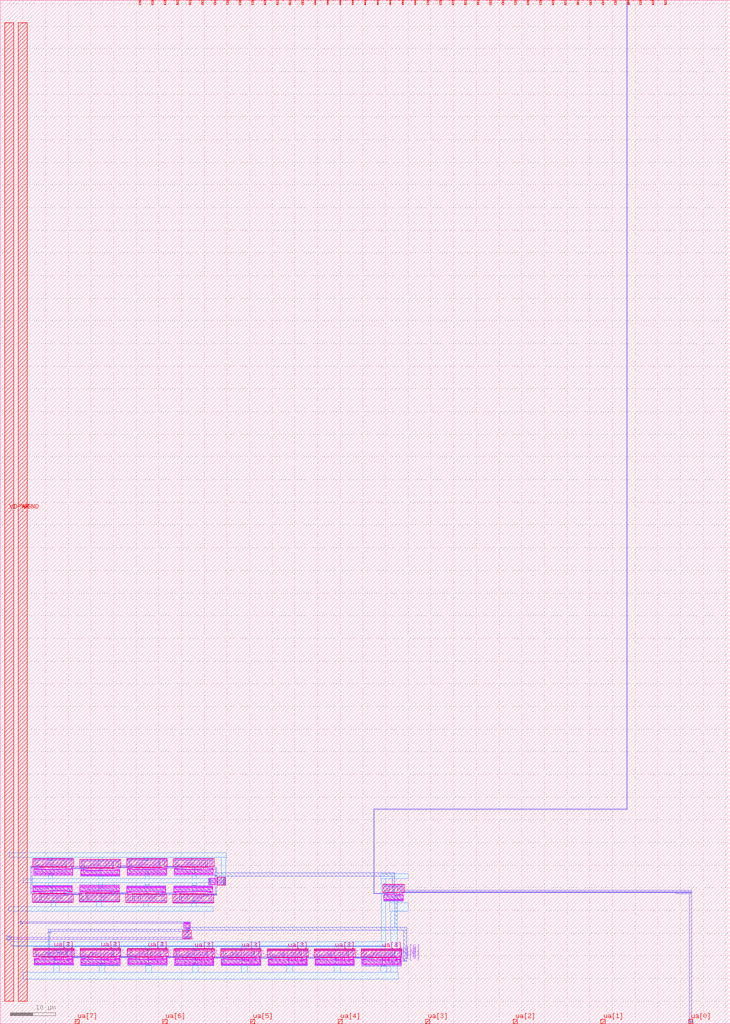
<source format=lef>
VERSION 5.7 ;
  NOWIREEXTENSIONATPIN ON ;
  DIVIDERCHAR "/" ;
  BUSBITCHARS "[]" ;
MACRO tt_um_ohmy90_ringOscillator
  CLASS BLOCK ;
  FOREIGN tt_um_ohmy90_ringOscillator ;
  ORIGIN 0.000 0.000 ;
  SIZE 161.000 BY 225.760 ;
  PIN clk
    DIRECTION INPUT ;
    USE SIGNAL ;
    PORT
      LAYER met4 ;
        RECT 143.830 224.760 144.130 225.760 ;
    END
  END clk
  PIN ena
    DIRECTION INPUT ;
    USE SIGNAL ;
    PORT
      LAYER met4 ;
        RECT 146.590 224.760 146.890 225.760 ;
    END
    PORT
      LAYER li1 ;
        RECT 22.275 14.290 22.445 14.460 ;
    END
    PORT
      LAYER li1 ;
        RECT 11.965 14.310 12.135 14.480 ;
    END
    PORT
      LAYER li1 ;
        RECT 32.645 14.280 32.815 14.450 ;
    END
    PORT
      LAYER li1 ;
        RECT 42.955 14.260 43.125 14.430 ;
    END
    PORT
      LAYER li1 ;
        RECT 73.935 14.210 74.105 14.380 ;
    END
    PORT
      LAYER li1 ;
        RECT 84.245 14.190 84.415 14.360 ;
    END
    PORT
      LAYER li1 ;
        RECT 63.565 14.220 63.735 14.390 ;
    END
    PORT
      LAYER li1 ;
        RECT 53.255 14.240 53.425 14.410 ;
    END
  END ena
  PIN rst_n
    DIRECTION INPUT ;
    USE SIGNAL ;
    PORT
      LAYER met4 ;
        RECT 141.070 224.760 141.370 225.760 ;
    END
    PORT
      LAYER li1 ;
        RECT 24.675 14.660 24.845 14.830 ;
    END
    PORT
      LAYER li1 ;
        RECT 14.365 14.680 14.535 14.850 ;
    END
    PORT
      LAYER li1 ;
        RECT 35.045 14.650 35.215 14.820 ;
    END
    PORT
      LAYER li1 ;
        RECT 45.355 14.630 45.525 14.800 ;
    END
    PORT
      LAYER li1 ;
        RECT 76.335 14.580 76.505 14.750 ;
    END
    PORT
      LAYER li1 ;
        RECT 86.645 14.560 86.815 14.730 ;
    END
    PORT
      LAYER li1 ;
        RECT 65.965 14.590 66.135 14.760 ;
    END
    PORT
      LAYER li1 ;
        RECT 55.655 14.610 55.825 14.780 ;
    END
  END rst_n
  PIN ua[0]
    DIRECTION INOUT ;
    USE SIGNAL ;
    ANTENNADIFFAREA 0.541300 ;
    PORT
      LAYER met4 ;
        RECT 151.810 0.000 152.710 1.000 ;
    END
    PORT
      LAYER met1 ;
        RECT 11.485 14.680 11.655 14.850 ;
    END
  END ua[0]
  PIN ua[1]
    DIRECTION INOUT ;
    USE SIGNAL ;
    PORT
      LAYER met4 ;
        RECT 132.490 0.000 133.390 1.000 ;
    END
    PORT
      LAYER met1 ;
        RECT 17.800 13.080 26.440 13.325 ;
    END
    PORT
      LAYER met1 ;
        RECT 7.490 13.100 16.130 13.345 ;
    END
    PORT
      LAYER met1 ;
        RECT 28.170 13.070 36.810 13.315 ;
    END
    PORT
      LAYER met1 ;
        RECT 38.480 13.050 47.120 13.295 ;
    END
    PORT
      LAYER met1 ;
        RECT 69.460 13.000 78.100 13.245 ;
    END
    PORT
      LAYER met1 ;
        RECT 79.770 12.980 88.410 13.225 ;
    END
    PORT
      LAYER met1 ;
        RECT 59.090 13.010 67.730 13.255 ;
    END
    PORT
      LAYER met1 ;
        RECT 48.780 13.030 57.420 13.275 ;
    END
  END ua[1]
  PIN ua[2]
    DIRECTION INOUT ;
    USE SIGNAL ;
    PORT
      LAYER met4 ;
        RECT 113.170 0.000 114.070 1.000 ;
    END
    PORT
      LAYER pwell ;
        RECT 17.800 13.080 26.440 13.325 ;
    END
    PORT
      LAYER pwell ;
        RECT 7.490 13.100 16.130 13.345 ;
    END
    PORT
      LAYER pwell ;
        RECT 28.170 13.070 36.810 13.315 ;
    END
    PORT
      LAYER pwell ;
        RECT 38.480 13.050 47.120 13.295 ;
    END
    PORT
      LAYER pwell ;
        RECT 69.460 13.000 78.100 13.245 ;
    END
    PORT
      LAYER pwell ;
        RECT 79.770 12.980 88.410 13.225 ;
    END
    PORT
      LAYER pwell ;
        RECT 59.090 13.010 67.730 13.255 ;
    END
    PORT
      LAYER pwell ;
        RECT 48.780 13.030 57.420 13.275 ;
    END
  END ua[2]
  PIN ua[3]
    DIRECTION INOUT ;
    USE SIGNAL ;
    PORT
      LAYER met4 ;
        RECT 93.850 0.000 94.750 1.000 ;
    END
    PORT
      LAYER nwell ;
        RECT 17.800 16.165 26.440 16.410 ;
    END
    PORT
      LAYER nwell ;
        RECT 7.490 16.185 16.130 16.430 ;
    END
    PORT
      LAYER nwell ;
        RECT 28.170 16.155 36.810 16.400 ;
    END
    PORT
      LAYER nwell ;
        RECT 38.480 16.135 47.120 16.380 ;
    END
    PORT
      LAYER nwell ;
        RECT 69.460 16.085 78.100 16.330 ;
    END
    PORT
      LAYER nwell ;
        RECT 79.770 16.065 88.410 16.310 ;
    END
    PORT
      LAYER nwell ;
        RECT 59.090 16.095 67.730 16.340 ;
    END
    PORT
      LAYER nwell ;
        RECT 48.780 16.115 57.420 16.360 ;
    END
  END ua[3]
  PIN ua[4]
    DIRECTION INOUT ;
    USE SIGNAL ;
    PORT
      LAYER met4 ;
        RECT 74.530 0.000 75.430 1.000 ;
    END
    PORT
      LAYER met1 ;
        RECT 17.800 16.165 26.440 16.410 ;
    END
    PORT
      LAYER met1 ;
        RECT 7.490 16.185 16.130 16.430 ;
    END
    PORT
      LAYER met1 ;
        RECT 28.170 16.155 36.810 16.400 ;
    END
    PORT
      LAYER met1 ;
        RECT 38.480 16.135 47.120 16.380 ;
    END
    PORT
      LAYER met1 ;
        RECT 69.460 16.085 78.100 16.330 ;
    END
    PORT
      LAYER met1 ;
        RECT 79.770 16.065 88.410 16.310 ;
    END
    PORT
      LAYER met1 ;
        RECT 59.090 16.095 67.730 16.340 ;
    END
    PORT
      LAYER met1 ;
        RECT 48.780 16.115 57.420 16.360 ;
    END
  END ua[4]
  PIN ua[5]
    DIRECTION INOUT ;
    USE SIGNAL ;
    PORT
      LAYER met4 ;
        RECT 55.210 0.000 56.110 1.000 ;
    END
    PORT
      LAYER li1 ;
        RECT 88.085 13.450 88.255 13.620 ;
    END
    PORT
      LAYER li1 ;
        RECT 88.085 13.820 88.255 13.990 ;
    END
    PORT
      LAYER li1 ;
        RECT 88.085 14.190 88.255 14.360 ;
    END
    PORT
      LAYER li1 ;
        RECT 88.085 14.560 88.255 14.730 ;
    END
    PORT
      LAYER li1 ;
        RECT 88.085 14.930 88.255 15.100 ;
    END
    PORT
      LAYER li1 ;
        RECT 88.085 15.300 88.255 15.470 ;
    END
    PORT
      LAYER li1 ;
        RECT 88.085 15.670 88.255 15.840 ;
    END
  END ua[5]
  PIN ua[6]
    DIRECTION INOUT ;
    USE SIGNAL ;
    PORT
      LAYER met4 ;
        RECT 35.890 0.000 36.790 1.000 ;
    END
    PORT
      LAYER li1 ;
        RECT 17.955 13.550 18.125 13.720 ;
    END
    PORT
      LAYER li1 ;
        RECT 17.955 13.920 18.125 14.090 ;
    END
    PORT
      LAYER li1 ;
        RECT 7.645 13.570 7.815 13.740 ;
    END
    PORT
      LAYER li1 ;
        RECT 7.645 13.940 7.815 14.110 ;
    END
    PORT
      LAYER li1 ;
        RECT 28.325 13.910 28.495 14.080 ;
    END
    PORT
      LAYER li1 ;
        RECT 28.325 13.540 28.495 13.710 ;
    END
    PORT
      LAYER li1 ;
        RECT 38.635 13.890 38.805 14.060 ;
    END
    PORT
      LAYER li1 ;
        RECT 38.635 13.520 38.805 13.690 ;
    END
    PORT
      LAYER li1 ;
        RECT 69.615 13.470 69.785 13.640 ;
    END
    PORT
      LAYER li1 ;
        RECT 69.615 13.840 69.785 14.010 ;
    END
    PORT
      LAYER li1 ;
        RECT 79.925 13.450 80.095 13.620 ;
    END
    PORT
      LAYER li1 ;
        RECT 79.925 13.820 80.095 13.990 ;
    END
    PORT
      LAYER li1 ;
        RECT 59.245 13.480 59.415 13.650 ;
    END
    PORT
      LAYER li1 ;
        RECT 59.245 13.850 59.415 14.020 ;
    END
    PORT
      LAYER li1 ;
        RECT 48.935 13.500 49.105 13.670 ;
    END
    PORT
      LAYER li1 ;
        RECT 48.935 13.870 49.105 14.040 ;
    END
  END ua[6]
  PIN ua[7]
    DIRECTION INOUT ;
    USE SIGNAL ;
    PORT
      LAYER met4 ;
        RECT 16.570 0.000 17.470 1.000 ;
    END
  END ua[7]
  PIN ui_in[0]
    DIRECTION INPUT ;
    USE SIGNAL ;
    ANTENNAGATEAREA 0.469500 ;
    PORT
      LAYER met4 ;
        RECT 138.310 224.760 138.610 225.760 ;
    END
  END ui_in[0]
  PIN ui_in[1]
    DIRECTION INPUT ;
    USE SIGNAL ;
    PORT
      LAYER met4 ;
        RECT 135.550 224.760 135.850 225.760 ;
    END
  END ui_in[1]
  PIN ui_in[2]
    DIRECTION INPUT ;
    USE SIGNAL ;
    PORT
      LAYER met4 ;
        RECT 132.790 224.760 133.090 225.760 ;
    END
  END ui_in[2]
  PIN ui_in[3]
    DIRECTION INPUT ;
    USE SIGNAL ;
    PORT
      LAYER met4 ;
        RECT 130.030 224.760 130.330 225.760 ;
    END
  END ui_in[3]
  PIN ui_in[4]
    DIRECTION INPUT ;
    USE SIGNAL ;
    PORT
      LAYER met4 ;
        RECT 127.270 224.760 127.570 225.760 ;
    END
  END ui_in[4]
  PIN ui_in[5]
    DIRECTION INPUT ;
    USE SIGNAL ;
    PORT
      LAYER met4 ;
        RECT 124.510 224.760 124.810 225.760 ;
    END
  END ui_in[5]
  PIN ui_in[6]
    DIRECTION INPUT ;
    USE SIGNAL ;
    PORT
      LAYER met4 ;
        RECT 121.750 224.760 122.050 225.760 ;
    END
  END ui_in[6]
  PIN ui_in[7]
    DIRECTION INPUT ;
    USE SIGNAL ;
    PORT
      LAYER met4 ;
        RECT 118.990 224.760 119.290 225.760 ;
    END
  END ui_in[7]
  PIN uio_in[0]
    DIRECTION INPUT ;
    USE SIGNAL ;
    PORT
      LAYER met4 ;
        RECT 116.230 224.760 116.530 225.760 ;
    END
  END uio_in[0]
  PIN uio_in[1]
    DIRECTION INPUT ;
    USE SIGNAL ;
    PORT
      LAYER met4 ;
        RECT 113.470 224.760 113.770 225.760 ;
    END
  END uio_in[1]
  PIN uio_in[2]
    DIRECTION INPUT ;
    USE SIGNAL ;
    PORT
      LAYER met4 ;
        RECT 110.710 224.760 111.010 225.760 ;
    END
  END uio_in[2]
  PIN uio_in[3]
    DIRECTION INPUT ;
    USE SIGNAL ;
    PORT
      LAYER met4 ;
        RECT 107.950 224.760 108.250 225.760 ;
    END
  END uio_in[3]
  PIN uio_in[4]
    DIRECTION INPUT ;
    USE SIGNAL ;
    PORT
      LAYER met4 ;
        RECT 105.190 224.760 105.490 225.760 ;
    END
  END uio_in[4]
  PIN uio_in[5]
    DIRECTION INPUT ;
    USE SIGNAL ;
    PORT
      LAYER met4 ;
        RECT 102.430 224.760 102.730 225.760 ;
    END
  END uio_in[5]
  PIN uio_in[6]
    DIRECTION INPUT ;
    USE SIGNAL ;
    PORT
      LAYER met4 ;
        RECT 99.670 224.760 99.970 225.760 ;
    END
  END uio_in[6]
  PIN uio_in[7]
    DIRECTION INPUT ;
    USE SIGNAL ;
    PORT
      LAYER met4 ;
        RECT 96.910 224.760 97.210 225.760 ;
    END
  END uio_in[7]
  PIN uio_oe[0]
    DIRECTION OUTPUT ;
    USE SIGNAL ;
    PORT
      LAYER met4 ;
        RECT 49.990 224.760 50.290 225.760 ;
    END
  END uio_oe[0]
  PIN uio_oe[1]
    DIRECTION OUTPUT ;
    USE SIGNAL ;
    PORT
      LAYER met4 ;
        RECT 47.230 224.760 47.530 225.760 ;
    END
  END uio_oe[1]
  PIN uio_oe[2]
    DIRECTION OUTPUT ;
    USE SIGNAL ;
    PORT
      LAYER met4 ;
        RECT 44.470 224.760 44.770 225.760 ;
    END
  END uio_oe[2]
  PIN uio_oe[3]
    DIRECTION OUTPUT ;
    USE SIGNAL ;
    PORT
      LAYER met4 ;
        RECT 41.710 224.760 42.010 225.760 ;
    END
  END uio_oe[3]
  PIN uio_oe[4]
    DIRECTION OUTPUT ;
    USE SIGNAL ;
    PORT
      LAYER met4 ;
        RECT 38.950 224.760 39.250 225.760 ;
    END
  END uio_oe[4]
  PIN uio_oe[5]
    DIRECTION OUTPUT ;
    USE SIGNAL ;
    PORT
      LAYER met4 ;
        RECT 36.190 224.760 36.490 225.760 ;
    END
  END uio_oe[5]
  PIN uio_oe[6]
    DIRECTION OUTPUT ;
    USE SIGNAL ;
    PORT
      LAYER met4 ;
        RECT 33.430 224.760 33.730 225.760 ;
    END
  END uio_oe[6]
  PIN uio_oe[7]
    DIRECTION OUTPUT ;
    USE SIGNAL ;
    PORT
      LAYER met4 ;
        RECT 30.670 224.760 30.970 225.760 ;
    END
  END uio_oe[7]
  PIN uio_out[0]
    DIRECTION OUTPUT ;
    USE SIGNAL ;
    PORT
      LAYER met4 ;
        RECT 72.070 224.760 72.370 225.760 ;
    END
  END uio_out[0]
  PIN uio_out[1]
    DIRECTION OUTPUT ;
    USE SIGNAL ;
    PORT
      LAYER met4 ;
        RECT 69.310 224.760 69.610 225.760 ;
    END
  END uio_out[1]
  PIN uio_out[2]
    DIRECTION OUTPUT ;
    USE SIGNAL ;
    PORT
      LAYER met4 ;
        RECT 66.550 224.760 66.850 225.760 ;
    END
  END uio_out[2]
  PIN uio_out[3]
    DIRECTION OUTPUT ;
    USE SIGNAL ;
    PORT
      LAYER met4 ;
        RECT 63.790 224.760 64.090 225.760 ;
    END
  END uio_out[3]
  PIN uio_out[4]
    DIRECTION OUTPUT ;
    USE SIGNAL ;
    PORT
      LAYER met4 ;
        RECT 61.030 224.760 61.330 225.760 ;
    END
  END uio_out[4]
  PIN uio_out[5]
    DIRECTION OUTPUT ;
    USE SIGNAL ;
    PORT
      LAYER met4 ;
        RECT 58.270 224.760 58.570 225.760 ;
    END
  END uio_out[5]
  PIN uio_out[6]
    DIRECTION OUTPUT ;
    USE SIGNAL ;
    PORT
      LAYER met4 ;
        RECT 55.510 224.760 55.810 225.760 ;
    END
  END uio_out[6]
  PIN uio_out[7]
    DIRECTION OUTPUT ;
    USE SIGNAL ;
    PORT
      LAYER met4 ;
        RECT 52.750 224.760 53.050 225.760 ;
    END
  END uio_out[7]
  PIN uo_out[0]
    DIRECTION OUTPUT ;
    USE SIGNAL ;
    PORT
      LAYER met4 ;
        RECT 94.150 224.760 94.450 225.760 ;
    END
  END uo_out[0]
  PIN uo_out[1]
    DIRECTION OUTPUT ;
    USE SIGNAL ;
    PORT
      LAYER met4 ;
        RECT 91.390 224.760 91.690 225.760 ;
    END
  END uo_out[1]
  PIN uo_out[2]
    DIRECTION OUTPUT ;
    USE SIGNAL ;
    PORT
      LAYER met4 ;
        RECT 88.630 224.760 88.930 225.760 ;
    END
  END uo_out[2]
  PIN uo_out[3]
    DIRECTION OUTPUT ;
    USE SIGNAL ;
    PORT
      LAYER met4 ;
        RECT 85.870 224.760 86.170 225.760 ;
    END
  END uo_out[3]
  PIN uo_out[4]
    DIRECTION OUTPUT ;
    USE SIGNAL ;
    PORT
      LAYER met4 ;
        RECT 83.110 224.760 83.410 225.760 ;
    END
  END uo_out[4]
  PIN uo_out[5]
    DIRECTION OUTPUT ;
    USE SIGNAL ;
    PORT
      LAYER met4 ;
        RECT 80.350 224.760 80.650 225.760 ;
    END
  END uo_out[5]
  PIN uo_out[6]
    DIRECTION OUTPUT ;
    USE SIGNAL ;
    PORT
      LAYER met4 ;
        RECT 77.590 224.760 77.890 225.760 ;
    END
  END uo_out[6]
  PIN uo_out[7]
    DIRECTION OUTPUT ;
    USE SIGNAL ;
    PORT
      LAYER met4 ;
        RECT 74.830 224.760 75.130 225.760 ;
    END
  END uo_out[7]
  PIN VDPWR
    DIRECTION INOUT ;
    USE POWER ;
    PORT
      LAYER met4 ;
        RECT 1.000 5.000 3.000 220.760 ;
    END
  END VDPWR
  PIN VGND
    DIRECTION INOUT ;
    USE GROUND ;
    PORT
      LAYER met4 ;
        RECT 4.000 5.000 6.000 220.760 ;
    END
  END VGND
  OBS
      LAYER nwell ;
        RECT 7.150 34.575 16.170 36.435 ;
        RECT 8.840 34.470 14.820 34.575 ;
        RECT 17.560 34.415 26.580 36.275 ;
        RECT 27.860 34.555 36.880 36.415 ;
        RECT 38.170 34.585 47.190 36.445 ;
        RECT 29.550 34.450 35.530 34.555 ;
        RECT 39.860 34.480 45.840 34.585 ;
        RECT 19.250 34.310 25.230 34.415 ;
      LAYER pwell ;
        RECT 7.345 34.060 8.290 34.155 ;
        RECT 15.030 34.060 15.975 34.155 ;
        RECT 7.345 33.160 15.975 34.060 ;
        RECT 28.055 34.040 29.000 34.135 ;
        RECT 35.740 34.040 36.685 34.135 ;
        RECT 17.755 33.900 18.700 33.995 ;
        RECT 25.440 33.900 26.385 33.995 ;
        RECT 7.340 32.915 15.980 33.160 ;
        RECT 17.755 33.000 26.385 33.900 ;
        RECT 28.055 33.140 36.685 34.040 ;
        RECT 38.365 34.070 39.310 34.165 ;
        RECT 46.050 34.070 46.995 34.165 ;
        RECT 38.365 33.170 46.995 34.070 ;
        RECT 17.750 32.755 26.390 33.000 ;
        RECT 28.050 32.895 36.690 33.140 ;
        RECT 38.360 32.925 47.000 33.170 ;
        RECT 46.145 32.120 46.390 32.140 ;
        RECT 46.145 30.710 47.385 32.120 ;
        RECT 46.145 30.700 46.390 30.710 ;
      LAYER nwell ;
        RECT 47.805 30.510 49.665 32.330 ;
      LAYER pwell ;
        RECT 7.260 30.070 15.900 30.315 ;
        RECT 17.580 30.150 26.220 30.395 ;
        RECT 7.265 29.170 15.895 30.070 ;
        RECT 7.265 29.075 8.210 29.170 ;
        RECT 14.950 29.075 15.895 29.170 ;
        RECT 17.585 29.250 26.215 30.150 ;
        RECT 27.890 29.990 36.530 30.235 ;
        RECT 17.585 29.155 18.530 29.250 ;
        RECT 25.270 29.155 26.215 29.250 ;
        RECT 27.895 29.090 36.525 29.990 ;
        RECT 38.260 29.960 46.900 30.205 ;
        RECT 27.895 28.995 28.840 29.090 ;
        RECT 35.580 28.995 36.525 29.090 ;
        RECT 38.265 29.060 46.895 29.960 ;
        RECT 38.265 28.965 39.210 29.060 ;
        RECT 45.950 28.965 46.895 29.060 ;
      LAYER nwell ;
        RECT 84.400 28.900 89.100 30.760 ;
        RECT 8.420 28.655 14.400 28.760 ;
        RECT 18.740 28.735 24.720 28.840 ;
        RECT 7.070 26.795 16.090 28.655 ;
        RECT 17.390 26.875 26.410 28.735 ;
        RECT 29.050 28.575 35.030 28.680 ;
        RECT 27.700 26.715 36.720 28.575 ;
        RECT 39.420 28.545 45.400 28.650 ;
        RECT 38.070 26.685 47.090 28.545 ;
      LAYER pwell ;
        RECT 84.595 27.485 88.895 28.480 ;
        RECT 84.590 27.240 88.910 27.485 ;
        RECT 40.490 22.015 41.930 22.260 ;
        RECT 40.500 21.020 41.910 22.015 ;
      LAYER nwell ;
        RECT 40.300 18.740 42.120 20.600 ;
        RECT 7.300 16.430 16.320 16.620 ;
        RECT 7.300 16.185 7.490 16.430 ;
        RECT 16.130 16.185 16.320 16.430 ;
        RECT 7.300 14.760 16.320 16.185 ;
        RECT 17.610 16.410 26.630 16.600 ;
        RECT 17.610 16.165 17.800 16.410 ;
        RECT 26.440 16.165 26.630 16.410 ;
        RECT 8.990 14.655 14.970 14.760 ;
        RECT 17.610 14.740 26.630 16.165 ;
        RECT 27.980 16.400 37.000 16.590 ;
        RECT 27.980 16.155 28.170 16.400 ;
        RECT 36.810 16.155 37.000 16.400 ;
        RECT 19.300 14.635 25.280 14.740 ;
        RECT 27.980 14.730 37.000 16.155 ;
        RECT 38.290 16.380 47.310 16.570 ;
        RECT 38.290 16.135 38.480 16.380 ;
        RECT 47.120 16.135 47.310 16.380 ;
        RECT 29.670 14.625 35.650 14.730 ;
        RECT 38.290 14.710 47.310 16.135 ;
        RECT 48.590 16.360 57.610 16.550 ;
        RECT 48.590 16.115 48.780 16.360 ;
        RECT 57.420 16.115 57.610 16.360 ;
        RECT 39.980 14.605 45.960 14.710 ;
        RECT 48.590 14.690 57.610 16.115 ;
        RECT 58.900 16.340 67.920 16.530 ;
        RECT 58.900 16.095 59.090 16.340 ;
        RECT 67.730 16.095 67.920 16.340 ;
        RECT 50.280 14.585 56.260 14.690 ;
        RECT 58.900 14.670 67.920 16.095 ;
        RECT 69.270 16.330 78.290 16.520 ;
        RECT 69.270 16.085 69.460 16.330 ;
        RECT 78.100 16.085 78.290 16.330 ;
        RECT 60.590 14.565 66.570 14.670 ;
        RECT 69.270 14.660 78.290 16.085 ;
        RECT 79.580 16.310 88.600 16.500 ;
        RECT 79.580 16.065 79.770 16.310 ;
        RECT 88.410 16.065 88.600 16.310 ;
        RECT 70.960 14.555 76.940 14.660 ;
        RECT 79.580 14.640 88.600 16.065 ;
        RECT 81.270 14.535 87.250 14.640 ;
      LAYER pwell ;
        RECT 7.495 14.245 8.440 14.340 ;
        RECT 15.180 14.245 16.125 14.340 ;
        RECT 7.495 13.345 16.125 14.245 ;
        RECT 17.805 14.225 18.750 14.320 ;
        RECT 25.490 14.225 26.435 14.320 ;
        RECT 17.805 13.325 26.435 14.225 ;
        RECT 28.175 14.215 29.120 14.310 ;
        RECT 35.860 14.215 36.805 14.310 ;
        RECT 28.175 13.315 36.805 14.215 ;
        RECT 38.485 14.195 39.430 14.290 ;
        RECT 46.170 14.195 47.115 14.290 ;
        RECT 38.485 13.295 47.115 14.195 ;
        RECT 48.785 14.175 49.730 14.270 ;
        RECT 56.470 14.175 57.415 14.270 ;
        RECT 48.785 13.275 57.415 14.175 ;
        RECT 59.095 14.155 60.040 14.250 ;
        RECT 66.780 14.155 67.725 14.250 ;
        RECT 59.095 13.255 67.725 14.155 ;
        RECT 69.465 14.145 70.410 14.240 ;
        RECT 77.150 14.145 78.095 14.240 ;
        RECT 69.465 13.245 78.095 14.145 ;
        RECT 79.775 14.125 80.720 14.220 ;
        RECT 87.460 14.125 88.405 14.220 ;
        RECT 79.775 13.225 88.405 14.125 ;
      LAYER li1 ;
        RECT 7.340 36.160 15.980 36.330 ;
        RECT 7.425 34.735 7.695 35.895 ;
        RECT 7.895 34.965 8.225 36.160 ;
        RECT 9.420 35.035 9.750 35.670 ;
        RECT 8.395 34.865 9.750 35.035 ;
        RECT 9.950 35.375 10.200 35.670 ;
        RECT 10.420 35.545 10.750 36.160 ;
        RECT 10.940 35.375 11.270 35.670 ;
        RECT 9.950 35.205 11.270 35.375 ;
        RECT 11.445 35.220 11.775 36.160 ;
        RECT 9.950 34.880 10.200 35.205 ;
        RECT 12.410 35.035 12.835 35.670 ;
        RECT 8.395 34.795 8.565 34.865 ;
        RECT 7.425 34.045 7.595 34.735 ;
        RECT 7.875 34.625 8.565 34.795 ;
        RECT 7.875 34.545 8.045 34.625 ;
        RECT 7.765 34.215 8.045 34.545 ;
        RECT 8.905 34.490 9.135 34.695 ;
        RECT 9.420 34.660 9.750 34.865 ;
        RECT 10.370 34.865 12.835 35.035 ;
        RECT 13.005 35.170 13.290 35.670 ;
        RECT 13.460 35.415 14.165 36.160 ;
        RECT 14.340 35.170 14.660 35.745 ;
        RECT 13.005 35.000 14.660 35.170 ;
        RECT 14.330 34.865 14.660 35.000 ;
        RECT 10.370 34.710 10.540 34.865 ;
        RECT 9.920 34.540 10.540 34.710 ;
        RECT 12.665 34.830 12.835 34.865 ;
        RECT 9.920 34.490 10.090 34.540 ;
        RECT 7.425 33.265 7.705 34.045 ;
        RECT 7.875 33.665 8.045 34.215 ;
        RECT 8.225 34.135 8.555 34.455 ;
        RECT 8.905 34.175 9.455 34.490 ;
        RECT 9.665 34.175 10.090 34.490 ;
        RECT 8.385 34.005 8.555 34.135 ;
        RECT 10.640 34.005 10.970 34.370 ;
        RECT 11.180 34.175 11.535 34.695 ;
        RECT 12.265 34.490 12.495 34.695 ;
        RECT 12.665 34.660 13.890 34.830 ;
        RECT 15.095 34.735 15.425 36.160 ;
        RECT 17.750 36.000 26.390 36.170 ;
        RECT 28.050 36.140 36.690 36.310 ;
        RECT 38.360 36.170 47.000 36.340 ;
        RECT 11.720 34.020 12.050 34.370 ;
        RECT 12.265 34.190 12.980 34.490 ;
        RECT 13.150 34.235 13.550 34.490 ;
        RECT 13.150 34.020 13.320 34.235 ;
        RECT 13.720 34.065 13.890 34.660 ;
        RECT 14.140 34.235 14.810 34.695 ;
        RECT 15.050 34.065 15.380 34.465 ;
        RECT 11.720 34.005 13.320 34.020 ;
        RECT 8.385 33.850 13.320 34.005 ;
        RECT 13.490 33.895 15.380 34.065 ;
        RECT 15.625 34.045 15.880 35.895 ;
        RECT 8.385 33.835 12.050 33.850 ;
        RECT 13.490 33.680 13.660 33.895 ;
        RECT 7.875 33.495 9.610 33.665 ;
        RECT 7.965 33.000 8.320 33.325 ;
        RECT 9.280 33.270 9.610 33.495 ;
        RECT 9.820 33.495 11.250 33.665 ;
        RECT 9.820 33.335 10.230 33.495 ;
        RECT 10.920 33.335 11.250 33.495 ;
        RECT 10.410 33.000 10.740 33.325 ;
        RECT 11.420 33.000 11.895 33.625 ;
        RECT 12.385 33.510 13.660 33.680 ;
        RECT 13.830 33.555 14.930 33.725 ;
        RECT 12.385 33.350 12.715 33.510 ;
        RECT 13.830 33.340 14.000 33.555 ;
        RECT 14.600 33.395 14.930 33.555 ;
        RECT 12.895 33.170 14.000 33.340 ;
        RECT 14.170 33.000 14.420 33.385 ;
        RECT 15.120 33.000 15.370 33.685 ;
        RECT 15.550 33.265 15.880 34.045 ;
        RECT 17.835 34.575 18.105 35.735 ;
        RECT 18.305 34.805 18.635 36.000 ;
        RECT 19.830 34.875 20.160 35.510 ;
        RECT 18.805 34.705 20.160 34.875 ;
        RECT 20.360 35.215 20.610 35.510 ;
        RECT 20.830 35.385 21.160 36.000 ;
        RECT 21.350 35.215 21.680 35.510 ;
        RECT 20.360 35.045 21.680 35.215 ;
        RECT 21.855 35.060 22.185 36.000 ;
        RECT 20.360 34.720 20.610 35.045 ;
        RECT 22.820 34.875 23.245 35.510 ;
        RECT 18.805 34.635 18.975 34.705 ;
        RECT 17.835 33.885 18.005 34.575 ;
        RECT 18.285 34.465 18.975 34.635 ;
        RECT 18.285 34.385 18.455 34.465 ;
        RECT 18.175 34.055 18.455 34.385 ;
        RECT 19.315 34.330 19.545 34.535 ;
        RECT 19.830 34.500 20.160 34.705 ;
        RECT 20.780 34.705 23.245 34.875 ;
        RECT 23.415 35.010 23.700 35.510 ;
        RECT 23.870 35.255 24.575 36.000 ;
        RECT 24.750 35.010 25.070 35.585 ;
        RECT 23.415 34.840 25.070 35.010 ;
        RECT 24.740 34.705 25.070 34.840 ;
        RECT 20.780 34.550 20.950 34.705 ;
        RECT 20.330 34.380 20.950 34.550 ;
        RECT 23.075 34.670 23.245 34.705 ;
        RECT 20.330 34.330 20.500 34.380 ;
        RECT 17.835 33.105 18.115 33.885 ;
        RECT 18.285 33.505 18.455 34.055 ;
        RECT 18.635 33.975 18.965 34.295 ;
        RECT 19.315 34.015 19.865 34.330 ;
        RECT 20.075 34.015 20.500 34.330 ;
        RECT 18.795 33.845 18.965 33.975 ;
        RECT 21.050 33.845 21.380 34.210 ;
        RECT 21.590 34.015 21.945 34.535 ;
        RECT 22.675 34.330 22.905 34.535 ;
        RECT 23.075 34.500 24.300 34.670 ;
        RECT 25.505 34.575 25.835 36.000 ;
        RECT 22.130 33.860 22.460 34.210 ;
        RECT 22.675 34.030 23.390 34.330 ;
        RECT 23.560 34.075 23.960 34.330 ;
        RECT 23.560 33.860 23.730 34.075 ;
        RECT 24.130 33.905 24.300 34.500 ;
        RECT 24.550 34.075 25.220 34.535 ;
        RECT 25.460 33.905 25.790 34.305 ;
        RECT 22.130 33.845 23.730 33.860 ;
        RECT 18.795 33.690 23.730 33.845 ;
        RECT 23.900 33.735 25.790 33.905 ;
        RECT 26.035 33.885 26.290 35.735 ;
        RECT 18.795 33.675 22.460 33.690 ;
        RECT 23.900 33.520 24.070 33.735 ;
        RECT 18.285 33.335 20.020 33.505 ;
        RECT 7.340 32.830 15.980 33.000 ;
        RECT 18.375 32.840 18.730 33.165 ;
        RECT 19.690 33.110 20.020 33.335 ;
        RECT 20.230 33.335 21.660 33.505 ;
        RECT 20.230 33.175 20.640 33.335 ;
        RECT 21.330 33.175 21.660 33.335 ;
        RECT 20.820 32.840 21.150 33.165 ;
        RECT 21.830 32.840 22.305 33.465 ;
        RECT 22.795 33.350 24.070 33.520 ;
        RECT 24.240 33.395 25.340 33.565 ;
        RECT 22.795 33.190 23.125 33.350 ;
        RECT 24.240 33.180 24.410 33.395 ;
        RECT 25.010 33.235 25.340 33.395 ;
        RECT 23.305 33.010 24.410 33.180 ;
        RECT 24.580 32.840 24.830 33.225 ;
        RECT 25.530 32.840 25.780 33.525 ;
        RECT 25.960 33.105 26.290 33.885 ;
        RECT 28.135 34.715 28.405 35.875 ;
        RECT 28.605 34.945 28.935 36.140 ;
        RECT 30.130 35.015 30.460 35.650 ;
        RECT 29.105 34.845 30.460 35.015 ;
        RECT 30.660 35.355 30.910 35.650 ;
        RECT 31.130 35.525 31.460 36.140 ;
        RECT 31.650 35.355 31.980 35.650 ;
        RECT 30.660 35.185 31.980 35.355 ;
        RECT 32.155 35.200 32.485 36.140 ;
        RECT 30.660 34.860 30.910 35.185 ;
        RECT 33.120 35.015 33.545 35.650 ;
        RECT 29.105 34.775 29.275 34.845 ;
        RECT 28.135 34.025 28.305 34.715 ;
        RECT 28.585 34.605 29.275 34.775 ;
        RECT 28.585 34.525 28.755 34.605 ;
        RECT 28.475 34.195 28.755 34.525 ;
        RECT 29.615 34.470 29.845 34.675 ;
        RECT 30.130 34.640 30.460 34.845 ;
        RECT 31.080 34.845 33.545 35.015 ;
        RECT 33.715 35.150 34.000 35.650 ;
        RECT 34.170 35.395 34.875 36.140 ;
        RECT 35.050 35.150 35.370 35.725 ;
        RECT 33.715 34.980 35.370 35.150 ;
        RECT 35.040 34.845 35.370 34.980 ;
        RECT 31.080 34.690 31.250 34.845 ;
        RECT 30.630 34.520 31.250 34.690 ;
        RECT 33.375 34.810 33.545 34.845 ;
        RECT 30.630 34.470 30.800 34.520 ;
        RECT 28.135 33.245 28.415 34.025 ;
        RECT 28.585 33.645 28.755 34.195 ;
        RECT 28.935 34.115 29.265 34.435 ;
        RECT 29.615 34.155 30.165 34.470 ;
        RECT 30.375 34.155 30.800 34.470 ;
        RECT 29.095 33.985 29.265 34.115 ;
        RECT 31.350 33.985 31.680 34.350 ;
        RECT 31.890 34.155 32.245 34.675 ;
        RECT 32.975 34.470 33.205 34.675 ;
        RECT 33.375 34.640 34.600 34.810 ;
        RECT 35.805 34.715 36.135 36.140 ;
        RECT 32.430 34.000 32.760 34.350 ;
        RECT 32.975 34.170 33.690 34.470 ;
        RECT 33.860 34.215 34.260 34.470 ;
        RECT 33.860 34.000 34.030 34.215 ;
        RECT 34.430 34.045 34.600 34.640 ;
        RECT 34.850 34.215 35.520 34.675 ;
        RECT 35.760 34.045 36.090 34.445 ;
        RECT 32.430 33.985 34.030 34.000 ;
        RECT 29.095 33.830 34.030 33.985 ;
        RECT 34.200 33.875 36.090 34.045 ;
        RECT 36.335 34.025 36.590 35.875 ;
        RECT 29.095 33.815 32.760 33.830 ;
        RECT 34.200 33.660 34.370 33.875 ;
        RECT 28.585 33.475 30.320 33.645 ;
        RECT 28.675 32.980 29.030 33.305 ;
        RECT 29.990 33.250 30.320 33.475 ;
        RECT 30.530 33.475 31.960 33.645 ;
        RECT 30.530 33.315 30.940 33.475 ;
        RECT 31.630 33.315 31.960 33.475 ;
        RECT 31.120 32.980 31.450 33.305 ;
        RECT 32.130 32.980 32.605 33.605 ;
        RECT 33.095 33.490 34.370 33.660 ;
        RECT 34.540 33.535 35.640 33.705 ;
        RECT 33.095 33.330 33.425 33.490 ;
        RECT 34.540 33.320 34.710 33.535 ;
        RECT 35.310 33.375 35.640 33.535 ;
        RECT 33.605 33.150 34.710 33.320 ;
        RECT 34.880 32.980 35.130 33.365 ;
        RECT 35.830 32.980 36.080 33.665 ;
        RECT 36.260 33.245 36.590 34.025 ;
        RECT 38.445 34.745 38.715 35.905 ;
        RECT 38.915 34.975 39.245 36.170 ;
        RECT 40.440 35.045 40.770 35.680 ;
        RECT 39.415 34.875 40.770 35.045 ;
        RECT 40.970 35.385 41.220 35.680 ;
        RECT 41.440 35.555 41.770 36.170 ;
        RECT 41.960 35.385 42.290 35.680 ;
        RECT 40.970 35.215 42.290 35.385 ;
        RECT 42.465 35.230 42.795 36.170 ;
        RECT 40.970 34.890 41.220 35.215 ;
        RECT 43.430 35.045 43.855 35.680 ;
        RECT 39.415 34.805 39.585 34.875 ;
        RECT 38.445 34.055 38.615 34.745 ;
        RECT 38.895 34.635 39.585 34.805 ;
        RECT 38.895 34.555 39.065 34.635 ;
        RECT 38.785 34.225 39.065 34.555 ;
        RECT 39.925 34.500 40.155 34.705 ;
        RECT 40.440 34.670 40.770 34.875 ;
        RECT 41.390 34.875 43.855 35.045 ;
        RECT 44.025 35.180 44.310 35.680 ;
        RECT 44.480 35.425 45.185 36.170 ;
        RECT 45.360 35.180 45.680 35.755 ;
        RECT 44.025 35.010 45.680 35.180 ;
        RECT 45.350 34.875 45.680 35.010 ;
        RECT 41.390 34.720 41.560 34.875 ;
        RECT 40.940 34.550 41.560 34.720 ;
        RECT 43.685 34.840 43.855 34.875 ;
        RECT 40.940 34.500 41.110 34.550 ;
        RECT 38.445 33.275 38.725 34.055 ;
        RECT 38.895 33.675 39.065 34.225 ;
        RECT 39.245 34.145 39.575 34.465 ;
        RECT 39.925 34.185 40.475 34.500 ;
        RECT 40.685 34.185 41.110 34.500 ;
        RECT 39.405 34.015 39.575 34.145 ;
        RECT 41.660 34.015 41.990 34.380 ;
        RECT 42.200 34.185 42.555 34.705 ;
        RECT 43.285 34.500 43.515 34.705 ;
        RECT 43.685 34.670 44.910 34.840 ;
        RECT 46.115 34.745 46.445 36.170 ;
        RECT 42.740 34.030 43.070 34.380 ;
        RECT 43.285 34.200 44.000 34.500 ;
        RECT 44.170 34.245 44.570 34.500 ;
        RECT 44.170 34.030 44.340 34.245 ;
        RECT 44.740 34.075 44.910 34.670 ;
        RECT 45.160 34.245 45.830 34.705 ;
        RECT 46.070 34.075 46.400 34.475 ;
        RECT 42.740 34.015 44.340 34.030 ;
        RECT 39.405 33.860 44.340 34.015 ;
        RECT 44.510 33.905 46.400 34.075 ;
        RECT 46.645 34.055 46.900 35.905 ;
        RECT 39.405 33.845 43.070 33.860 ;
        RECT 44.510 33.690 44.680 33.905 ;
        RECT 38.895 33.505 40.630 33.675 ;
        RECT 38.985 33.010 39.340 33.335 ;
        RECT 40.300 33.280 40.630 33.505 ;
        RECT 40.840 33.505 42.270 33.675 ;
        RECT 40.840 33.345 41.250 33.505 ;
        RECT 41.940 33.345 42.270 33.505 ;
        RECT 41.430 33.010 41.760 33.335 ;
        RECT 42.440 33.010 42.915 33.635 ;
        RECT 43.405 33.520 44.680 33.690 ;
        RECT 44.850 33.565 45.950 33.735 ;
        RECT 43.405 33.360 43.735 33.520 ;
        RECT 44.850 33.350 45.020 33.565 ;
        RECT 45.620 33.405 45.950 33.565 ;
        RECT 43.915 33.180 45.020 33.350 ;
        RECT 45.190 33.010 45.440 33.395 ;
        RECT 46.140 33.010 46.390 33.695 ;
        RECT 46.570 33.275 46.900 34.055 ;
        RECT 17.750 32.670 26.390 32.840 ;
        RECT 28.050 32.810 36.690 32.980 ;
        RECT 38.360 32.840 47.000 33.010 ;
        RECT 46.060 32.010 46.230 32.140 ;
        RECT 49.390 32.035 49.560 32.140 ;
        RECT 46.060 31.760 47.275 32.010 ;
        RECT 46.060 31.070 46.230 31.760 ;
        RECT 47.445 31.705 47.925 32.035 ;
        RECT 48.095 31.705 49.560 32.035 ;
        RECT 46.495 31.535 47.275 31.580 ;
        RECT 46.495 31.250 49.125 31.535 ;
        RECT 46.060 30.820 47.275 31.070 ;
        RECT 49.390 31.055 49.560 31.705 ;
        RECT 46.060 30.700 46.230 30.820 ;
        RECT 47.965 30.805 49.560 31.055 ;
        RECT 49.390 30.700 49.560 30.805 ;
        RECT 84.590 30.485 88.910 30.655 ;
        RECT 7.260 30.230 15.900 30.400 ;
        RECT 17.580 30.310 26.220 30.480 ;
        RECT 7.360 29.185 7.690 29.965 ;
        RECT 7.870 29.545 8.120 30.230 ;
        RECT 8.820 29.845 9.070 30.230 ;
        RECT 9.240 29.890 10.345 30.060 ;
        RECT 8.310 29.675 8.640 29.835 ;
        RECT 9.240 29.675 9.410 29.890 ;
        RECT 10.525 29.720 10.855 29.880 ;
        RECT 8.310 29.505 9.410 29.675 ;
        RECT 9.580 29.550 10.855 29.720 ;
        RECT 11.345 29.605 11.820 30.230 ;
        RECT 12.500 29.905 12.830 30.230 ;
        RECT 11.990 29.735 12.320 29.895 ;
        RECT 13.010 29.735 13.420 29.895 ;
        RECT 11.990 29.565 13.420 29.735 ;
        RECT 13.630 29.735 13.960 29.960 ;
        RECT 14.920 29.905 15.275 30.230 ;
        RECT 13.630 29.565 15.365 29.735 ;
        RECT 9.580 29.335 9.750 29.550 ;
        RECT 11.190 29.380 14.855 29.395 ;
        RECT 7.360 27.335 7.615 29.185 ;
        RECT 7.860 29.165 9.750 29.335 ;
        RECT 9.920 29.225 14.855 29.380 ;
        RECT 9.920 29.210 11.520 29.225 ;
        RECT 7.860 28.765 8.190 29.165 ;
        RECT 8.430 28.535 9.100 28.995 ;
        RECT 9.350 28.570 9.520 29.165 ;
        RECT 9.920 28.995 10.090 29.210 ;
        RECT 9.690 28.740 10.090 28.995 ;
        RECT 10.260 28.740 10.975 29.040 ;
        RECT 11.190 28.860 11.520 29.210 ;
        RECT 7.815 27.070 8.145 28.495 ;
        RECT 9.350 28.400 10.575 28.570 ;
        RECT 10.745 28.535 10.975 28.740 ;
        RECT 11.705 28.535 12.060 29.055 ;
        RECT 12.270 28.860 12.600 29.225 ;
        RECT 14.685 29.095 14.855 29.225 ;
        RECT 13.150 28.740 13.575 29.055 ;
        RECT 13.785 28.740 14.335 29.055 ;
        RECT 14.685 28.775 15.015 29.095 ;
        RECT 15.195 29.015 15.365 29.565 ;
        RECT 15.535 29.185 15.815 29.965 ;
        RECT 13.150 28.690 13.320 28.740 ;
        RECT 10.405 28.365 10.575 28.400 ;
        RECT 12.700 28.520 13.320 28.690 ;
        RECT 12.700 28.365 12.870 28.520 ;
        RECT 8.580 28.230 8.910 28.365 ;
        RECT 8.580 28.060 10.235 28.230 ;
        RECT 8.580 27.485 8.900 28.060 ;
        RECT 9.075 27.070 9.780 27.815 ;
        RECT 9.950 27.560 10.235 28.060 ;
        RECT 10.405 28.195 12.870 28.365 ;
        RECT 13.490 28.365 13.820 28.570 ;
        RECT 14.105 28.535 14.335 28.740 ;
        RECT 15.195 28.685 15.475 29.015 ;
        RECT 15.195 28.605 15.365 28.685 ;
        RECT 14.675 28.435 15.365 28.605 ;
        RECT 15.645 28.495 15.815 29.185 ;
        RECT 14.675 28.365 14.845 28.435 ;
        RECT 10.405 27.560 10.830 28.195 ;
        RECT 13.040 28.025 13.290 28.350 ;
        RECT 11.465 27.070 11.795 28.010 ;
        RECT 11.970 27.855 13.290 28.025 ;
        RECT 11.970 27.560 12.300 27.855 ;
        RECT 12.490 27.070 12.820 27.685 ;
        RECT 13.040 27.560 13.290 27.855 ;
        RECT 13.490 28.195 14.845 28.365 ;
        RECT 13.490 27.560 13.820 28.195 ;
        RECT 15.015 27.070 15.345 28.265 ;
        RECT 15.545 27.335 15.815 28.495 ;
        RECT 17.680 29.265 18.010 30.045 ;
        RECT 18.190 29.625 18.440 30.310 ;
        RECT 19.140 29.925 19.390 30.310 ;
        RECT 19.560 29.970 20.665 30.140 ;
        RECT 18.630 29.755 18.960 29.915 ;
        RECT 19.560 29.755 19.730 29.970 ;
        RECT 20.845 29.800 21.175 29.960 ;
        RECT 18.630 29.585 19.730 29.755 ;
        RECT 19.900 29.630 21.175 29.800 ;
        RECT 21.665 29.685 22.140 30.310 ;
        RECT 22.820 29.985 23.150 30.310 ;
        RECT 22.310 29.815 22.640 29.975 ;
        RECT 23.330 29.815 23.740 29.975 ;
        RECT 22.310 29.645 23.740 29.815 ;
        RECT 23.950 29.815 24.280 30.040 ;
        RECT 25.240 29.985 25.595 30.310 ;
        RECT 27.890 30.150 36.530 30.320 ;
        RECT 23.950 29.645 25.685 29.815 ;
        RECT 19.900 29.415 20.070 29.630 ;
        RECT 21.510 29.460 25.175 29.475 ;
        RECT 17.680 27.415 17.935 29.265 ;
        RECT 18.180 29.245 20.070 29.415 ;
        RECT 20.240 29.305 25.175 29.460 ;
        RECT 20.240 29.290 21.840 29.305 ;
        RECT 18.180 28.845 18.510 29.245 ;
        RECT 18.750 28.615 19.420 29.075 ;
        RECT 19.670 28.650 19.840 29.245 ;
        RECT 20.240 29.075 20.410 29.290 ;
        RECT 20.010 28.820 20.410 29.075 ;
        RECT 20.580 28.820 21.295 29.120 ;
        RECT 21.510 28.940 21.840 29.290 ;
        RECT 18.135 27.150 18.465 28.575 ;
        RECT 19.670 28.480 20.895 28.650 ;
        RECT 21.065 28.615 21.295 28.820 ;
        RECT 22.025 28.615 22.380 29.135 ;
        RECT 22.590 28.940 22.920 29.305 ;
        RECT 25.005 29.175 25.175 29.305 ;
        RECT 23.470 28.820 23.895 29.135 ;
        RECT 24.105 28.820 24.655 29.135 ;
        RECT 25.005 28.855 25.335 29.175 ;
        RECT 25.515 29.095 25.685 29.645 ;
        RECT 25.855 29.265 26.135 30.045 ;
        RECT 23.470 28.770 23.640 28.820 ;
        RECT 20.725 28.445 20.895 28.480 ;
        RECT 23.020 28.600 23.640 28.770 ;
        RECT 23.020 28.445 23.190 28.600 ;
        RECT 18.900 28.310 19.230 28.445 ;
        RECT 18.900 28.140 20.555 28.310 ;
        RECT 18.900 27.565 19.220 28.140 ;
        RECT 19.395 27.150 20.100 27.895 ;
        RECT 20.270 27.640 20.555 28.140 ;
        RECT 20.725 28.275 23.190 28.445 ;
        RECT 23.810 28.445 24.140 28.650 ;
        RECT 24.425 28.615 24.655 28.820 ;
        RECT 25.515 28.765 25.795 29.095 ;
        RECT 25.515 28.685 25.685 28.765 ;
        RECT 24.995 28.515 25.685 28.685 ;
        RECT 25.965 28.575 26.135 29.265 ;
        RECT 24.995 28.445 25.165 28.515 ;
        RECT 20.725 27.640 21.150 28.275 ;
        RECT 23.360 28.105 23.610 28.430 ;
        RECT 21.785 27.150 22.115 28.090 ;
        RECT 22.290 27.935 23.610 28.105 ;
        RECT 22.290 27.640 22.620 27.935 ;
        RECT 22.810 27.150 23.140 27.765 ;
        RECT 23.360 27.640 23.610 27.935 ;
        RECT 23.810 28.275 25.165 28.445 ;
        RECT 23.810 27.640 24.140 28.275 ;
        RECT 25.335 27.150 25.665 28.345 ;
        RECT 25.865 27.415 26.135 28.575 ;
        RECT 27.990 29.105 28.320 29.885 ;
        RECT 28.500 29.465 28.750 30.150 ;
        RECT 29.450 29.765 29.700 30.150 ;
        RECT 29.870 29.810 30.975 29.980 ;
        RECT 28.940 29.595 29.270 29.755 ;
        RECT 29.870 29.595 30.040 29.810 ;
        RECT 31.155 29.640 31.485 29.800 ;
        RECT 28.940 29.425 30.040 29.595 ;
        RECT 30.210 29.470 31.485 29.640 ;
        RECT 31.975 29.525 32.450 30.150 ;
        RECT 33.130 29.825 33.460 30.150 ;
        RECT 32.620 29.655 32.950 29.815 ;
        RECT 33.640 29.655 34.050 29.815 ;
        RECT 32.620 29.485 34.050 29.655 ;
        RECT 34.260 29.655 34.590 29.880 ;
        RECT 35.550 29.825 35.905 30.150 ;
        RECT 38.260 30.120 46.900 30.290 ;
        RECT 34.260 29.485 35.995 29.655 ;
        RECT 30.210 29.255 30.380 29.470 ;
        RECT 31.820 29.300 35.485 29.315 ;
        RECT 27.990 27.255 28.245 29.105 ;
        RECT 28.490 29.085 30.380 29.255 ;
        RECT 30.550 29.145 35.485 29.300 ;
        RECT 30.550 29.130 32.150 29.145 ;
        RECT 28.490 28.685 28.820 29.085 ;
        RECT 29.060 28.455 29.730 28.915 ;
        RECT 29.980 28.490 30.150 29.085 ;
        RECT 30.550 28.915 30.720 29.130 ;
        RECT 30.320 28.660 30.720 28.915 ;
        RECT 30.890 28.660 31.605 28.960 ;
        RECT 31.820 28.780 32.150 29.130 ;
        RECT 7.260 26.900 15.900 27.070 ;
        RECT 17.580 26.980 26.220 27.150 ;
        RECT 28.445 26.990 28.775 28.415 ;
        RECT 29.980 28.320 31.205 28.490 ;
        RECT 31.375 28.455 31.605 28.660 ;
        RECT 32.335 28.455 32.690 28.975 ;
        RECT 32.900 28.780 33.230 29.145 ;
        RECT 35.315 29.015 35.485 29.145 ;
        RECT 33.780 28.660 34.205 28.975 ;
        RECT 34.415 28.660 34.965 28.975 ;
        RECT 35.315 28.695 35.645 29.015 ;
        RECT 35.825 28.935 35.995 29.485 ;
        RECT 36.165 29.105 36.445 29.885 ;
        RECT 33.780 28.610 33.950 28.660 ;
        RECT 31.035 28.285 31.205 28.320 ;
        RECT 33.330 28.440 33.950 28.610 ;
        RECT 33.330 28.285 33.500 28.440 ;
        RECT 29.210 28.150 29.540 28.285 ;
        RECT 29.210 27.980 30.865 28.150 ;
        RECT 29.210 27.405 29.530 27.980 ;
        RECT 29.705 26.990 30.410 27.735 ;
        RECT 30.580 27.480 30.865 27.980 ;
        RECT 31.035 28.115 33.500 28.285 ;
        RECT 34.120 28.285 34.450 28.490 ;
        RECT 34.735 28.455 34.965 28.660 ;
        RECT 35.825 28.605 36.105 28.935 ;
        RECT 35.825 28.525 35.995 28.605 ;
        RECT 35.305 28.355 35.995 28.525 ;
        RECT 36.275 28.415 36.445 29.105 ;
        RECT 35.305 28.285 35.475 28.355 ;
        RECT 31.035 27.480 31.460 28.115 ;
        RECT 33.670 27.945 33.920 28.270 ;
        RECT 32.095 26.990 32.425 27.930 ;
        RECT 32.600 27.775 33.920 27.945 ;
        RECT 32.600 27.480 32.930 27.775 ;
        RECT 33.120 26.990 33.450 27.605 ;
        RECT 33.670 27.480 33.920 27.775 ;
        RECT 34.120 28.115 35.475 28.285 ;
        RECT 34.120 27.480 34.450 28.115 ;
        RECT 35.645 26.990 35.975 28.185 ;
        RECT 36.175 27.255 36.445 28.415 ;
        RECT 38.360 29.075 38.690 29.855 ;
        RECT 38.870 29.435 39.120 30.120 ;
        RECT 39.820 29.735 40.070 30.120 ;
        RECT 40.240 29.780 41.345 29.950 ;
        RECT 39.310 29.565 39.640 29.725 ;
        RECT 40.240 29.565 40.410 29.780 ;
        RECT 41.525 29.610 41.855 29.770 ;
        RECT 39.310 29.395 40.410 29.565 ;
        RECT 40.580 29.440 41.855 29.610 ;
        RECT 42.345 29.495 42.820 30.120 ;
        RECT 43.500 29.795 43.830 30.120 ;
        RECT 42.990 29.625 43.320 29.785 ;
        RECT 44.010 29.625 44.420 29.785 ;
        RECT 42.990 29.455 44.420 29.625 ;
        RECT 44.630 29.625 44.960 29.850 ;
        RECT 45.920 29.795 46.275 30.120 ;
        RECT 44.630 29.455 46.365 29.625 ;
        RECT 40.580 29.225 40.750 29.440 ;
        RECT 42.190 29.270 45.855 29.285 ;
        RECT 38.360 27.225 38.615 29.075 ;
        RECT 38.860 29.055 40.750 29.225 ;
        RECT 40.920 29.115 45.855 29.270 ;
        RECT 40.920 29.100 42.520 29.115 ;
        RECT 38.860 28.655 39.190 29.055 ;
        RECT 39.430 28.425 40.100 28.885 ;
        RECT 40.350 28.460 40.520 29.055 ;
        RECT 40.920 28.885 41.090 29.100 ;
        RECT 40.690 28.630 41.090 28.885 ;
        RECT 41.260 28.630 41.975 28.930 ;
        RECT 42.190 28.750 42.520 29.100 ;
        RECT 27.890 26.820 36.530 26.990 ;
        RECT 38.815 26.960 39.145 28.385 ;
        RECT 40.350 28.290 41.575 28.460 ;
        RECT 41.745 28.425 41.975 28.630 ;
        RECT 42.705 28.425 43.060 28.945 ;
        RECT 43.270 28.750 43.600 29.115 ;
        RECT 45.685 28.985 45.855 29.115 ;
        RECT 44.150 28.630 44.575 28.945 ;
        RECT 44.785 28.630 45.335 28.945 ;
        RECT 45.685 28.665 46.015 28.985 ;
        RECT 46.195 28.905 46.365 29.455 ;
        RECT 46.535 29.075 46.815 29.855 ;
        RECT 44.150 28.580 44.320 28.630 ;
        RECT 41.405 28.255 41.575 28.290 ;
        RECT 43.700 28.410 44.320 28.580 ;
        RECT 43.700 28.255 43.870 28.410 ;
        RECT 39.580 28.120 39.910 28.255 ;
        RECT 39.580 27.950 41.235 28.120 ;
        RECT 39.580 27.375 39.900 27.950 ;
        RECT 40.075 26.960 40.780 27.705 ;
        RECT 40.950 27.450 41.235 27.950 ;
        RECT 41.405 28.085 43.870 28.255 ;
        RECT 44.490 28.255 44.820 28.460 ;
        RECT 45.105 28.425 45.335 28.630 ;
        RECT 46.195 28.575 46.475 28.905 ;
        RECT 46.195 28.495 46.365 28.575 ;
        RECT 45.675 28.325 46.365 28.495 ;
        RECT 46.645 28.385 46.815 29.075 ;
        RECT 45.675 28.255 45.845 28.325 ;
        RECT 41.405 27.450 41.830 28.085 ;
        RECT 44.040 27.915 44.290 28.240 ;
        RECT 42.465 26.960 42.795 27.900 ;
        RECT 42.970 27.745 44.290 27.915 ;
        RECT 42.970 27.450 43.300 27.745 ;
        RECT 43.490 26.960 43.820 27.575 ;
        RECT 44.040 27.450 44.290 27.745 ;
        RECT 44.490 28.085 45.845 28.255 ;
        RECT 44.490 27.450 44.820 28.085 ;
        RECT 46.015 26.960 46.345 28.155 ;
        RECT 46.545 27.225 46.815 28.385 ;
        RECT 84.705 29.470 85.035 29.940 ;
        RECT 85.240 29.640 85.570 30.485 ;
        RECT 85.740 30.145 87.715 30.315 ;
        RECT 85.740 29.470 85.910 30.145 ;
        RECT 84.705 29.300 85.910 29.470 ;
        RECT 84.705 29.190 85.035 29.300 ;
        RECT 84.705 28.370 84.875 29.190 ;
        RECT 86.655 29.130 86.985 29.975 ;
        RECT 85.095 28.590 85.425 29.020 ;
        RECT 85.595 28.960 86.985 29.130 ;
        RECT 84.705 27.780 85.035 28.370 ;
        RECT 85.215 27.920 85.425 28.370 ;
        RECT 85.595 28.260 85.765 28.960 ;
        RECT 87.545 28.890 87.715 30.145 ;
        RECT 87.885 29.060 88.215 30.485 ;
        RECT 88.385 29.060 88.825 30.220 ;
        RECT 85.935 28.460 86.275 28.790 ;
        RECT 85.595 28.090 85.935 28.260 ;
        RECT 85.215 27.325 85.595 27.920 ;
        RECT 85.765 27.880 85.935 28.090 ;
        RECT 86.105 28.220 86.275 28.460 ;
        RECT 86.475 28.420 86.865 28.790 ;
        RECT 87.045 28.220 87.375 28.790 ;
        RECT 87.545 28.560 87.945 28.890 ;
        RECT 88.115 28.540 88.485 28.870 ;
        RECT 88.115 28.390 88.285 28.540 ;
        RECT 86.105 28.050 87.375 28.220 ;
        RECT 87.545 28.220 88.285 28.390 ;
        RECT 88.655 28.370 88.825 29.060 ;
        RECT 87.545 27.880 87.715 28.220 ;
        RECT 85.765 27.630 87.715 27.880 ;
        RECT 87.885 27.325 88.215 28.050 ;
        RECT 88.455 27.590 88.825 28.370 ;
        RECT 84.590 27.155 88.910 27.325 ;
        RECT 38.260 26.790 46.900 26.960 ;
        RECT 40.490 22.175 41.930 22.345 ;
        RECT 40.610 21.130 40.860 22.175 ;
        RECT 41.040 21.130 41.370 21.910 ;
        RECT 41.550 21.130 41.800 22.175 ;
        RECT 40.595 19.015 40.845 20.440 ;
        RECT 41.040 19.280 41.325 21.130 ;
        RECT 41.495 20.480 41.825 20.960 ;
        RECT 41.495 19.015 41.825 20.310 ;
        RECT 40.490 18.845 41.930 19.015 ;
        RECT 7.490 16.345 16.130 16.515 ;
        RECT 7.575 14.920 7.845 16.080 ;
        RECT 8.045 15.150 8.375 16.345 ;
        RECT 9.570 15.220 9.900 15.855 ;
        RECT 8.545 15.050 9.900 15.220 ;
        RECT 10.100 15.560 10.350 15.855 ;
        RECT 10.570 15.730 10.900 16.345 ;
        RECT 11.090 15.560 11.420 15.855 ;
        RECT 10.100 15.390 11.420 15.560 ;
        RECT 11.595 15.405 11.925 16.345 ;
        RECT 10.100 15.065 10.350 15.390 ;
        RECT 12.560 15.220 12.985 15.855 ;
        RECT 8.545 14.980 8.715 15.050 ;
        RECT 7.575 14.230 7.745 14.920 ;
        RECT 8.025 14.810 8.715 14.980 ;
        RECT 8.025 14.730 8.195 14.810 ;
        RECT 7.915 14.400 8.195 14.730 ;
        RECT 9.055 14.675 9.285 14.880 ;
        RECT 9.570 14.845 9.900 15.050 ;
        RECT 10.520 15.050 12.985 15.220 ;
        RECT 13.155 15.355 13.440 15.855 ;
        RECT 13.610 15.600 14.315 16.345 ;
        RECT 14.490 15.355 14.810 15.930 ;
        RECT 13.155 15.185 14.810 15.355 ;
        RECT 14.480 15.050 14.810 15.185 ;
        RECT 10.520 14.895 10.690 15.050 ;
        RECT 10.070 14.725 10.690 14.895 ;
        RECT 12.815 15.015 12.985 15.050 ;
        RECT 10.070 14.675 10.240 14.725 ;
        RECT 7.575 14.110 7.855 14.230 ;
        RECT 7.575 13.940 7.645 14.110 ;
        RECT 7.815 13.940 7.855 14.110 ;
        RECT 7.575 13.740 7.855 13.940 ;
        RECT 7.575 13.570 7.645 13.740 ;
        RECT 7.815 13.570 7.855 13.740 ;
        RECT 8.025 13.850 8.195 14.400 ;
        RECT 8.375 14.320 8.705 14.640 ;
        RECT 9.055 14.360 9.605 14.675 ;
        RECT 9.815 14.360 10.240 14.675 ;
        RECT 8.535 14.190 8.705 14.320 ;
        RECT 10.790 14.190 11.120 14.555 ;
        RECT 11.330 14.360 11.685 14.880 ;
        RECT 12.415 14.675 12.645 14.880 ;
        RECT 12.815 14.845 14.040 15.015 ;
        RECT 15.245 14.920 15.575 16.345 ;
        RECT 17.800 16.325 26.440 16.495 ;
        RECT 11.870 14.480 12.200 14.555 ;
        RECT 11.870 14.310 11.965 14.480 ;
        RECT 12.135 14.310 12.200 14.480 ;
        RECT 12.415 14.375 13.130 14.675 ;
        RECT 13.300 14.420 13.700 14.675 ;
        RECT 11.870 14.205 12.200 14.310 ;
        RECT 13.300 14.205 13.470 14.420 ;
        RECT 13.870 14.250 14.040 14.845 ;
        RECT 14.290 14.850 14.960 14.880 ;
        RECT 14.290 14.680 14.365 14.850 ;
        RECT 14.535 14.680 14.960 14.850 ;
        RECT 14.290 14.420 14.960 14.680 ;
        RECT 15.775 14.800 16.030 16.080 ;
        RECT 17.885 14.900 18.155 16.060 ;
        RECT 18.355 15.130 18.685 16.325 ;
        RECT 19.880 15.200 20.210 15.835 ;
        RECT 18.855 15.030 20.210 15.200 ;
        RECT 20.410 15.540 20.660 15.835 ;
        RECT 20.880 15.710 21.210 16.325 ;
        RECT 21.400 15.540 21.730 15.835 ;
        RECT 20.410 15.370 21.730 15.540 ;
        RECT 21.905 15.385 22.235 16.325 ;
        RECT 20.410 15.045 20.660 15.370 ;
        RECT 22.870 15.200 23.295 15.835 ;
        RECT 18.855 14.960 19.025 15.030 ;
        RECT 15.200 14.250 15.530 14.650 ;
        RECT 11.870 14.190 13.470 14.205 ;
        RECT 8.535 14.035 13.470 14.190 ;
        RECT 13.640 14.080 15.530 14.250 ;
        RECT 15.775 14.630 16.040 14.800 ;
        RECT 15.775 14.230 16.030 14.630 ;
        RECT 8.535 14.020 12.200 14.035 ;
        RECT 13.640 13.865 13.810 14.080 ;
        RECT 8.025 13.680 9.760 13.850 ;
        RECT 7.575 13.450 7.855 13.570 ;
        RECT 8.115 13.185 8.470 13.510 ;
        RECT 9.430 13.455 9.760 13.680 ;
        RECT 9.970 13.680 11.400 13.850 ;
        RECT 9.970 13.520 10.380 13.680 ;
        RECT 11.070 13.520 11.400 13.680 ;
        RECT 10.560 13.185 10.890 13.510 ;
        RECT 11.570 13.185 12.045 13.810 ;
        RECT 12.535 13.695 13.810 13.865 ;
        RECT 13.980 13.740 15.080 13.910 ;
        RECT 12.535 13.535 12.865 13.695 ;
        RECT 13.980 13.525 14.150 13.740 ;
        RECT 14.750 13.580 15.080 13.740 ;
        RECT 13.045 13.355 14.150 13.525 ;
        RECT 14.320 13.185 14.570 13.570 ;
        RECT 15.270 13.185 15.520 13.870 ;
        RECT 15.700 13.450 16.030 14.230 ;
        RECT 17.885 14.210 18.055 14.900 ;
        RECT 18.335 14.790 19.025 14.960 ;
        RECT 18.335 14.710 18.505 14.790 ;
        RECT 18.225 14.380 18.505 14.710 ;
        RECT 19.365 14.655 19.595 14.860 ;
        RECT 19.880 14.825 20.210 15.030 ;
        RECT 20.830 15.030 23.295 15.200 ;
        RECT 23.465 15.335 23.750 15.835 ;
        RECT 23.920 15.580 24.625 16.325 ;
        RECT 24.800 15.335 25.120 15.910 ;
        RECT 23.465 15.165 25.120 15.335 ;
        RECT 24.790 15.030 25.120 15.165 ;
        RECT 20.830 14.875 21.000 15.030 ;
        RECT 20.380 14.705 21.000 14.875 ;
        RECT 23.125 14.995 23.295 15.030 ;
        RECT 20.380 14.655 20.550 14.705 ;
        RECT 17.885 14.090 18.165 14.210 ;
        RECT 17.885 13.920 17.955 14.090 ;
        RECT 18.125 13.920 18.165 14.090 ;
        RECT 17.885 13.720 18.165 13.920 ;
        RECT 17.885 13.550 17.955 13.720 ;
        RECT 18.125 13.550 18.165 13.720 ;
        RECT 18.335 13.830 18.505 14.380 ;
        RECT 18.685 14.300 19.015 14.620 ;
        RECT 19.365 14.340 19.915 14.655 ;
        RECT 20.125 14.340 20.550 14.655 ;
        RECT 18.845 14.170 19.015 14.300 ;
        RECT 21.100 14.170 21.430 14.535 ;
        RECT 21.640 14.340 21.995 14.860 ;
        RECT 22.725 14.655 22.955 14.860 ;
        RECT 23.125 14.825 24.350 14.995 ;
        RECT 25.555 14.900 25.885 16.325 ;
        RECT 28.170 16.315 36.810 16.485 ;
        RECT 22.180 14.460 22.510 14.535 ;
        RECT 22.180 14.290 22.275 14.460 ;
        RECT 22.445 14.290 22.510 14.460 ;
        RECT 22.725 14.355 23.440 14.655 ;
        RECT 23.610 14.400 24.010 14.655 ;
        RECT 22.180 14.185 22.510 14.290 ;
        RECT 23.610 14.185 23.780 14.400 ;
        RECT 24.180 14.230 24.350 14.825 ;
        RECT 24.600 14.830 25.270 14.860 ;
        RECT 24.600 14.660 24.675 14.830 ;
        RECT 24.845 14.660 25.270 14.830 ;
        RECT 24.600 14.400 25.270 14.660 ;
        RECT 25.510 14.230 25.840 14.630 ;
        RECT 22.180 14.170 23.780 14.185 ;
        RECT 18.845 14.015 23.780 14.170 ;
        RECT 23.950 14.060 25.840 14.230 ;
        RECT 26.085 14.210 26.340 16.060 ;
        RECT 18.845 14.000 22.510 14.015 ;
        RECT 23.950 13.845 24.120 14.060 ;
        RECT 18.335 13.660 20.070 13.830 ;
        RECT 17.885 13.430 18.165 13.550 ;
        RECT 7.490 13.015 16.130 13.185 ;
        RECT 18.425 13.165 18.780 13.490 ;
        RECT 19.740 13.435 20.070 13.660 ;
        RECT 20.280 13.660 21.710 13.830 ;
        RECT 20.280 13.500 20.690 13.660 ;
        RECT 21.380 13.500 21.710 13.660 ;
        RECT 20.870 13.165 21.200 13.490 ;
        RECT 21.880 13.165 22.355 13.790 ;
        RECT 22.845 13.675 24.120 13.845 ;
        RECT 24.290 13.720 25.390 13.890 ;
        RECT 22.845 13.515 23.175 13.675 ;
        RECT 24.290 13.505 24.460 13.720 ;
        RECT 25.060 13.560 25.390 13.720 ;
        RECT 23.355 13.335 24.460 13.505 ;
        RECT 24.630 13.165 24.880 13.550 ;
        RECT 25.580 13.165 25.830 13.850 ;
        RECT 26.010 13.430 26.340 14.210 ;
        RECT 28.255 14.890 28.525 16.050 ;
        RECT 28.725 15.120 29.055 16.315 ;
        RECT 30.250 15.190 30.580 15.825 ;
        RECT 29.225 15.020 30.580 15.190 ;
        RECT 30.780 15.530 31.030 15.825 ;
        RECT 31.250 15.700 31.580 16.315 ;
        RECT 31.770 15.530 32.100 15.825 ;
        RECT 30.780 15.360 32.100 15.530 ;
        RECT 32.275 15.375 32.605 16.315 ;
        RECT 30.780 15.035 31.030 15.360 ;
        RECT 33.240 15.190 33.665 15.825 ;
        RECT 29.225 14.950 29.395 15.020 ;
        RECT 28.255 14.200 28.425 14.890 ;
        RECT 28.705 14.780 29.395 14.950 ;
        RECT 28.705 14.700 28.875 14.780 ;
        RECT 28.595 14.370 28.875 14.700 ;
        RECT 29.735 14.645 29.965 14.850 ;
        RECT 30.250 14.815 30.580 15.020 ;
        RECT 31.200 15.020 33.665 15.190 ;
        RECT 33.835 15.325 34.120 15.825 ;
        RECT 34.290 15.570 34.995 16.315 ;
        RECT 35.170 15.325 35.490 15.900 ;
        RECT 33.835 15.155 35.490 15.325 ;
        RECT 35.160 15.020 35.490 15.155 ;
        RECT 31.200 14.865 31.370 15.020 ;
        RECT 30.750 14.695 31.370 14.865 ;
        RECT 33.495 14.985 33.665 15.020 ;
        RECT 30.750 14.645 30.920 14.695 ;
        RECT 28.255 14.080 28.535 14.200 ;
        RECT 28.255 13.910 28.325 14.080 ;
        RECT 28.495 13.910 28.535 14.080 ;
        RECT 28.255 13.710 28.535 13.910 ;
        RECT 28.255 13.540 28.325 13.710 ;
        RECT 28.495 13.540 28.535 13.710 ;
        RECT 28.705 13.820 28.875 14.370 ;
        RECT 29.055 14.290 29.385 14.610 ;
        RECT 29.735 14.330 30.285 14.645 ;
        RECT 30.495 14.330 30.920 14.645 ;
        RECT 29.215 14.160 29.385 14.290 ;
        RECT 31.470 14.160 31.800 14.525 ;
        RECT 32.010 14.330 32.365 14.850 ;
        RECT 33.095 14.645 33.325 14.850 ;
        RECT 33.495 14.815 34.720 14.985 ;
        RECT 35.925 14.890 36.255 16.315 ;
        RECT 38.480 16.295 47.120 16.465 ;
        RECT 32.550 14.450 32.880 14.525 ;
        RECT 32.550 14.280 32.645 14.450 ;
        RECT 32.815 14.280 32.880 14.450 ;
        RECT 33.095 14.345 33.810 14.645 ;
        RECT 33.980 14.390 34.380 14.645 ;
        RECT 32.550 14.175 32.880 14.280 ;
        RECT 33.980 14.175 34.150 14.390 ;
        RECT 34.550 14.220 34.720 14.815 ;
        RECT 34.970 14.820 35.640 14.850 ;
        RECT 34.970 14.650 35.045 14.820 ;
        RECT 35.215 14.650 35.640 14.820 ;
        RECT 34.970 14.390 35.640 14.650 ;
        RECT 36.455 14.770 36.710 16.050 ;
        RECT 38.565 14.870 38.835 16.030 ;
        RECT 39.035 15.100 39.365 16.295 ;
        RECT 40.560 15.170 40.890 15.805 ;
        RECT 39.535 15.000 40.890 15.170 ;
        RECT 41.090 15.510 41.340 15.805 ;
        RECT 41.560 15.680 41.890 16.295 ;
        RECT 42.080 15.510 42.410 15.805 ;
        RECT 41.090 15.340 42.410 15.510 ;
        RECT 42.585 15.355 42.915 16.295 ;
        RECT 41.090 15.015 41.340 15.340 ;
        RECT 43.550 15.170 43.975 15.805 ;
        RECT 39.535 14.930 39.705 15.000 ;
        RECT 35.880 14.220 36.210 14.620 ;
        RECT 32.550 14.160 34.150 14.175 ;
        RECT 29.215 14.005 34.150 14.160 ;
        RECT 34.320 14.050 36.210 14.220 ;
        RECT 36.455 14.600 36.720 14.770 ;
        RECT 36.455 14.200 36.710 14.600 ;
        RECT 29.215 13.990 32.880 14.005 ;
        RECT 34.320 13.835 34.490 14.050 ;
        RECT 28.705 13.650 30.440 13.820 ;
        RECT 28.255 13.420 28.535 13.540 ;
        RECT 17.800 12.995 26.440 13.165 ;
        RECT 28.795 13.155 29.150 13.480 ;
        RECT 30.110 13.425 30.440 13.650 ;
        RECT 30.650 13.650 32.080 13.820 ;
        RECT 30.650 13.490 31.060 13.650 ;
        RECT 31.750 13.490 32.080 13.650 ;
        RECT 31.240 13.155 31.570 13.480 ;
        RECT 32.250 13.155 32.725 13.780 ;
        RECT 33.215 13.665 34.490 13.835 ;
        RECT 34.660 13.710 35.760 13.880 ;
        RECT 33.215 13.505 33.545 13.665 ;
        RECT 34.660 13.495 34.830 13.710 ;
        RECT 35.430 13.550 35.760 13.710 ;
        RECT 33.725 13.325 34.830 13.495 ;
        RECT 35.000 13.155 35.250 13.540 ;
        RECT 35.950 13.155 36.200 13.840 ;
        RECT 36.380 13.420 36.710 14.200 ;
        RECT 38.565 14.180 38.735 14.870 ;
        RECT 39.015 14.760 39.705 14.930 ;
        RECT 39.015 14.680 39.185 14.760 ;
        RECT 38.905 14.350 39.185 14.680 ;
        RECT 40.045 14.625 40.275 14.830 ;
        RECT 40.560 14.795 40.890 15.000 ;
        RECT 41.510 15.000 43.975 15.170 ;
        RECT 44.145 15.305 44.430 15.805 ;
        RECT 44.600 15.550 45.305 16.295 ;
        RECT 45.480 15.305 45.800 15.880 ;
        RECT 44.145 15.135 45.800 15.305 ;
        RECT 45.470 15.000 45.800 15.135 ;
        RECT 41.510 14.845 41.680 15.000 ;
        RECT 41.060 14.675 41.680 14.845 ;
        RECT 43.805 14.965 43.975 15.000 ;
        RECT 41.060 14.625 41.230 14.675 ;
        RECT 38.565 14.060 38.845 14.180 ;
        RECT 38.565 13.890 38.635 14.060 ;
        RECT 38.805 13.890 38.845 14.060 ;
        RECT 38.565 13.690 38.845 13.890 ;
        RECT 38.565 13.520 38.635 13.690 ;
        RECT 38.805 13.520 38.845 13.690 ;
        RECT 39.015 13.800 39.185 14.350 ;
        RECT 39.365 14.270 39.695 14.590 ;
        RECT 40.045 14.310 40.595 14.625 ;
        RECT 40.805 14.310 41.230 14.625 ;
        RECT 39.525 14.140 39.695 14.270 ;
        RECT 41.780 14.140 42.110 14.505 ;
        RECT 42.320 14.310 42.675 14.830 ;
        RECT 43.405 14.625 43.635 14.830 ;
        RECT 43.805 14.795 45.030 14.965 ;
        RECT 46.235 14.870 46.565 16.295 ;
        RECT 48.780 16.275 57.420 16.445 ;
        RECT 42.860 14.430 43.190 14.505 ;
        RECT 42.860 14.260 42.955 14.430 ;
        RECT 43.125 14.260 43.190 14.430 ;
        RECT 43.405 14.325 44.120 14.625 ;
        RECT 44.290 14.370 44.690 14.625 ;
        RECT 42.860 14.155 43.190 14.260 ;
        RECT 44.290 14.155 44.460 14.370 ;
        RECT 44.860 14.200 45.030 14.795 ;
        RECT 45.280 14.800 45.950 14.830 ;
        RECT 45.280 14.630 45.355 14.800 ;
        RECT 45.525 14.630 45.950 14.800 ;
        RECT 45.280 14.370 45.950 14.630 ;
        RECT 46.190 14.200 46.520 14.600 ;
        RECT 42.860 14.140 44.460 14.155 ;
        RECT 39.525 13.985 44.460 14.140 ;
        RECT 44.630 14.030 46.520 14.200 ;
        RECT 46.765 14.180 47.020 16.030 ;
        RECT 39.525 13.970 43.190 13.985 ;
        RECT 44.630 13.815 44.800 14.030 ;
        RECT 39.015 13.630 40.750 13.800 ;
        RECT 38.565 13.400 38.845 13.520 ;
        RECT 28.170 12.985 36.810 13.155 ;
        RECT 39.105 13.135 39.460 13.460 ;
        RECT 40.420 13.405 40.750 13.630 ;
        RECT 40.960 13.630 42.390 13.800 ;
        RECT 40.960 13.470 41.370 13.630 ;
        RECT 42.060 13.470 42.390 13.630 ;
        RECT 41.550 13.135 41.880 13.460 ;
        RECT 42.560 13.135 43.035 13.760 ;
        RECT 43.525 13.645 44.800 13.815 ;
        RECT 44.970 13.690 46.070 13.860 ;
        RECT 43.525 13.485 43.855 13.645 ;
        RECT 44.970 13.475 45.140 13.690 ;
        RECT 45.740 13.530 46.070 13.690 ;
        RECT 44.035 13.305 45.140 13.475 ;
        RECT 45.310 13.135 45.560 13.520 ;
        RECT 46.260 13.135 46.510 13.820 ;
        RECT 46.690 13.400 47.020 14.180 ;
        RECT 48.865 14.850 49.135 16.010 ;
        RECT 49.335 15.080 49.665 16.275 ;
        RECT 50.860 15.150 51.190 15.785 ;
        RECT 49.835 14.980 51.190 15.150 ;
        RECT 51.390 15.490 51.640 15.785 ;
        RECT 51.860 15.660 52.190 16.275 ;
        RECT 52.380 15.490 52.710 15.785 ;
        RECT 51.390 15.320 52.710 15.490 ;
        RECT 52.885 15.335 53.215 16.275 ;
        RECT 51.390 14.995 51.640 15.320 ;
        RECT 53.850 15.150 54.275 15.785 ;
        RECT 49.835 14.910 50.005 14.980 ;
        RECT 48.865 14.160 49.035 14.850 ;
        RECT 49.315 14.740 50.005 14.910 ;
        RECT 49.315 14.660 49.485 14.740 ;
        RECT 49.205 14.330 49.485 14.660 ;
        RECT 50.345 14.605 50.575 14.810 ;
        RECT 50.860 14.775 51.190 14.980 ;
        RECT 51.810 14.980 54.275 15.150 ;
        RECT 54.445 15.285 54.730 15.785 ;
        RECT 54.900 15.530 55.605 16.275 ;
        RECT 55.780 15.285 56.100 15.860 ;
        RECT 54.445 15.115 56.100 15.285 ;
        RECT 55.770 14.980 56.100 15.115 ;
        RECT 51.810 14.825 51.980 14.980 ;
        RECT 51.360 14.655 51.980 14.825 ;
        RECT 54.105 14.945 54.275 14.980 ;
        RECT 51.360 14.605 51.530 14.655 ;
        RECT 48.865 14.040 49.145 14.160 ;
        RECT 48.865 13.870 48.935 14.040 ;
        RECT 49.105 13.870 49.145 14.040 ;
        RECT 48.865 13.670 49.145 13.870 ;
        RECT 48.865 13.500 48.935 13.670 ;
        RECT 49.105 13.500 49.145 13.670 ;
        RECT 49.315 13.780 49.485 14.330 ;
        RECT 49.665 14.250 49.995 14.570 ;
        RECT 50.345 14.290 50.895 14.605 ;
        RECT 51.105 14.290 51.530 14.605 ;
        RECT 49.825 14.120 49.995 14.250 ;
        RECT 52.080 14.120 52.410 14.485 ;
        RECT 52.620 14.290 52.975 14.810 ;
        RECT 53.705 14.605 53.935 14.810 ;
        RECT 54.105 14.775 55.330 14.945 ;
        RECT 56.535 14.850 56.865 16.275 ;
        RECT 59.090 16.255 67.730 16.425 ;
        RECT 53.160 14.410 53.490 14.485 ;
        RECT 53.160 14.240 53.255 14.410 ;
        RECT 53.425 14.240 53.490 14.410 ;
        RECT 53.705 14.305 54.420 14.605 ;
        RECT 54.590 14.350 54.990 14.605 ;
        RECT 53.160 14.135 53.490 14.240 ;
        RECT 54.590 14.135 54.760 14.350 ;
        RECT 55.160 14.180 55.330 14.775 ;
        RECT 55.580 14.780 56.250 14.810 ;
        RECT 55.580 14.610 55.655 14.780 ;
        RECT 55.825 14.610 56.250 14.780 ;
        RECT 55.580 14.350 56.250 14.610 ;
        RECT 57.065 14.730 57.320 16.010 ;
        RECT 59.175 14.830 59.445 15.990 ;
        RECT 59.645 15.060 59.975 16.255 ;
        RECT 61.170 15.130 61.500 15.765 ;
        RECT 60.145 14.960 61.500 15.130 ;
        RECT 61.700 15.470 61.950 15.765 ;
        RECT 62.170 15.640 62.500 16.255 ;
        RECT 62.690 15.470 63.020 15.765 ;
        RECT 61.700 15.300 63.020 15.470 ;
        RECT 63.195 15.315 63.525 16.255 ;
        RECT 61.700 14.975 61.950 15.300 ;
        RECT 64.160 15.130 64.585 15.765 ;
        RECT 60.145 14.890 60.315 14.960 ;
        RECT 56.490 14.180 56.820 14.580 ;
        RECT 53.160 14.120 54.760 14.135 ;
        RECT 49.825 13.965 54.760 14.120 ;
        RECT 54.930 14.010 56.820 14.180 ;
        RECT 57.065 14.560 57.330 14.730 ;
        RECT 57.065 14.160 57.320 14.560 ;
        RECT 49.825 13.950 53.490 13.965 ;
        RECT 54.930 13.795 55.100 14.010 ;
        RECT 49.315 13.610 51.050 13.780 ;
        RECT 48.865 13.380 49.145 13.500 ;
        RECT 38.480 12.965 47.120 13.135 ;
        RECT 49.405 13.115 49.760 13.440 ;
        RECT 50.720 13.385 51.050 13.610 ;
        RECT 51.260 13.610 52.690 13.780 ;
        RECT 51.260 13.450 51.670 13.610 ;
        RECT 52.360 13.450 52.690 13.610 ;
        RECT 51.850 13.115 52.180 13.440 ;
        RECT 52.860 13.115 53.335 13.740 ;
        RECT 53.825 13.625 55.100 13.795 ;
        RECT 55.270 13.670 56.370 13.840 ;
        RECT 53.825 13.465 54.155 13.625 ;
        RECT 55.270 13.455 55.440 13.670 ;
        RECT 56.040 13.510 56.370 13.670 ;
        RECT 54.335 13.285 55.440 13.455 ;
        RECT 55.610 13.115 55.860 13.500 ;
        RECT 56.560 13.115 56.810 13.800 ;
        RECT 56.990 13.380 57.320 14.160 ;
        RECT 59.175 14.140 59.345 14.830 ;
        RECT 59.625 14.720 60.315 14.890 ;
        RECT 59.625 14.640 59.795 14.720 ;
        RECT 59.515 14.310 59.795 14.640 ;
        RECT 60.655 14.585 60.885 14.790 ;
        RECT 61.170 14.755 61.500 14.960 ;
        RECT 62.120 14.960 64.585 15.130 ;
        RECT 64.755 15.265 65.040 15.765 ;
        RECT 65.210 15.510 65.915 16.255 ;
        RECT 66.090 15.265 66.410 15.840 ;
        RECT 64.755 15.095 66.410 15.265 ;
        RECT 66.080 14.960 66.410 15.095 ;
        RECT 62.120 14.805 62.290 14.960 ;
        RECT 61.670 14.635 62.290 14.805 ;
        RECT 64.415 14.925 64.585 14.960 ;
        RECT 61.670 14.585 61.840 14.635 ;
        RECT 59.175 14.020 59.455 14.140 ;
        RECT 59.175 13.850 59.245 14.020 ;
        RECT 59.415 13.850 59.455 14.020 ;
        RECT 59.175 13.650 59.455 13.850 ;
        RECT 59.175 13.480 59.245 13.650 ;
        RECT 59.415 13.480 59.455 13.650 ;
        RECT 59.625 13.760 59.795 14.310 ;
        RECT 59.975 14.230 60.305 14.550 ;
        RECT 60.655 14.270 61.205 14.585 ;
        RECT 61.415 14.270 61.840 14.585 ;
        RECT 60.135 14.100 60.305 14.230 ;
        RECT 62.390 14.100 62.720 14.465 ;
        RECT 62.930 14.270 63.285 14.790 ;
        RECT 64.015 14.585 64.245 14.790 ;
        RECT 64.415 14.755 65.640 14.925 ;
        RECT 66.845 14.830 67.175 16.255 ;
        RECT 69.460 16.245 78.100 16.415 ;
        RECT 63.470 14.390 63.800 14.465 ;
        RECT 63.470 14.220 63.565 14.390 ;
        RECT 63.735 14.220 63.800 14.390 ;
        RECT 64.015 14.285 64.730 14.585 ;
        RECT 64.900 14.330 65.300 14.585 ;
        RECT 63.470 14.115 63.800 14.220 ;
        RECT 64.900 14.115 65.070 14.330 ;
        RECT 65.470 14.160 65.640 14.755 ;
        RECT 65.890 14.760 66.560 14.790 ;
        RECT 65.890 14.590 65.965 14.760 ;
        RECT 66.135 14.590 66.560 14.760 ;
        RECT 65.890 14.330 66.560 14.590 ;
        RECT 66.800 14.160 67.130 14.560 ;
        RECT 63.470 14.100 65.070 14.115 ;
        RECT 60.135 13.945 65.070 14.100 ;
        RECT 65.240 13.990 67.130 14.160 ;
        RECT 67.375 14.140 67.630 15.990 ;
        RECT 60.135 13.930 63.800 13.945 ;
        RECT 65.240 13.775 65.410 13.990 ;
        RECT 59.625 13.590 61.360 13.760 ;
        RECT 59.175 13.360 59.455 13.480 ;
        RECT 48.780 12.945 57.420 13.115 ;
        RECT 59.715 13.095 60.070 13.420 ;
        RECT 61.030 13.365 61.360 13.590 ;
        RECT 61.570 13.590 63.000 13.760 ;
        RECT 61.570 13.430 61.980 13.590 ;
        RECT 62.670 13.430 63.000 13.590 ;
        RECT 62.160 13.095 62.490 13.420 ;
        RECT 63.170 13.095 63.645 13.720 ;
        RECT 64.135 13.605 65.410 13.775 ;
        RECT 65.580 13.650 66.680 13.820 ;
        RECT 64.135 13.445 64.465 13.605 ;
        RECT 65.580 13.435 65.750 13.650 ;
        RECT 66.350 13.490 66.680 13.650 ;
        RECT 64.645 13.265 65.750 13.435 ;
        RECT 65.920 13.095 66.170 13.480 ;
        RECT 66.870 13.095 67.120 13.780 ;
        RECT 67.300 13.360 67.630 14.140 ;
        RECT 69.545 14.820 69.815 15.980 ;
        RECT 70.015 15.050 70.345 16.245 ;
        RECT 71.540 15.120 71.870 15.755 ;
        RECT 70.515 14.950 71.870 15.120 ;
        RECT 72.070 15.460 72.320 15.755 ;
        RECT 72.540 15.630 72.870 16.245 ;
        RECT 73.060 15.460 73.390 15.755 ;
        RECT 72.070 15.290 73.390 15.460 ;
        RECT 73.565 15.305 73.895 16.245 ;
        RECT 72.070 14.965 72.320 15.290 ;
        RECT 74.530 15.120 74.955 15.755 ;
        RECT 70.515 14.880 70.685 14.950 ;
        RECT 69.545 14.130 69.715 14.820 ;
        RECT 69.995 14.710 70.685 14.880 ;
        RECT 69.995 14.630 70.165 14.710 ;
        RECT 69.885 14.300 70.165 14.630 ;
        RECT 71.025 14.575 71.255 14.780 ;
        RECT 71.540 14.745 71.870 14.950 ;
        RECT 72.490 14.950 74.955 15.120 ;
        RECT 75.125 15.255 75.410 15.755 ;
        RECT 75.580 15.500 76.285 16.245 ;
        RECT 76.460 15.255 76.780 15.830 ;
        RECT 75.125 15.085 76.780 15.255 ;
        RECT 76.450 14.950 76.780 15.085 ;
        RECT 72.490 14.795 72.660 14.950 ;
        RECT 72.040 14.625 72.660 14.795 ;
        RECT 74.785 14.915 74.955 14.950 ;
        RECT 72.040 14.575 72.210 14.625 ;
        RECT 69.545 14.010 69.825 14.130 ;
        RECT 69.545 13.840 69.615 14.010 ;
        RECT 69.785 13.840 69.825 14.010 ;
        RECT 69.545 13.640 69.825 13.840 ;
        RECT 69.545 13.470 69.615 13.640 ;
        RECT 69.785 13.470 69.825 13.640 ;
        RECT 69.995 13.750 70.165 14.300 ;
        RECT 70.345 14.220 70.675 14.540 ;
        RECT 71.025 14.260 71.575 14.575 ;
        RECT 71.785 14.260 72.210 14.575 ;
        RECT 70.505 14.090 70.675 14.220 ;
        RECT 72.760 14.090 73.090 14.455 ;
        RECT 73.300 14.260 73.655 14.780 ;
        RECT 74.385 14.575 74.615 14.780 ;
        RECT 74.785 14.745 76.010 14.915 ;
        RECT 77.215 14.820 77.545 16.245 ;
        RECT 79.770 16.225 88.410 16.395 ;
        RECT 73.840 14.380 74.170 14.455 ;
        RECT 73.840 14.210 73.935 14.380 ;
        RECT 74.105 14.210 74.170 14.380 ;
        RECT 74.385 14.275 75.100 14.575 ;
        RECT 75.270 14.320 75.670 14.575 ;
        RECT 73.840 14.105 74.170 14.210 ;
        RECT 75.270 14.105 75.440 14.320 ;
        RECT 75.840 14.150 76.010 14.745 ;
        RECT 76.260 14.750 76.930 14.780 ;
        RECT 76.260 14.580 76.335 14.750 ;
        RECT 76.505 14.580 76.930 14.750 ;
        RECT 76.260 14.320 76.930 14.580 ;
        RECT 77.745 14.700 78.000 15.980 ;
        RECT 79.855 14.800 80.125 15.960 ;
        RECT 80.325 15.030 80.655 16.225 ;
        RECT 81.850 15.100 82.180 15.735 ;
        RECT 80.825 14.930 82.180 15.100 ;
        RECT 82.380 15.440 82.630 15.735 ;
        RECT 82.850 15.610 83.180 16.225 ;
        RECT 83.370 15.440 83.700 15.735 ;
        RECT 82.380 15.270 83.700 15.440 ;
        RECT 83.875 15.285 84.205 16.225 ;
        RECT 82.380 14.945 82.630 15.270 ;
        RECT 84.840 15.100 85.265 15.735 ;
        RECT 80.825 14.860 80.995 14.930 ;
        RECT 77.170 14.150 77.500 14.550 ;
        RECT 73.840 14.090 75.440 14.105 ;
        RECT 70.505 13.935 75.440 14.090 ;
        RECT 75.610 13.980 77.500 14.150 ;
        RECT 77.745 14.530 78.010 14.700 ;
        RECT 77.745 14.130 78.000 14.530 ;
        RECT 70.505 13.920 74.170 13.935 ;
        RECT 75.610 13.765 75.780 13.980 ;
        RECT 69.995 13.580 71.730 13.750 ;
        RECT 69.545 13.350 69.825 13.470 ;
        RECT 59.090 12.925 67.730 13.095 ;
        RECT 70.085 13.085 70.440 13.410 ;
        RECT 71.400 13.355 71.730 13.580 ;
        RECT 71.940 13.580 73.370 13.750 ;
        RECT 71.940 13.420 72.350 13.580 ;
        RECT 73.040 13.420 73.370 13.580 ;
        RECT 72.530 13.085 72.860 13.410 ;
        RECT 73.540 13.085 74.015 13.710 ;
        RECT 74.505 13.595 75.780 13.765 ;
        RECT 75.950 13.640 77.050 13.810 ;
        RECT 74.505 13.435 74.835 13.595 ;
        RECT 75.950 13.425 76.120 13.640 ;
        RECT 76.720 13.480 77.050 13.640 ;
        RECT 75.015 13.255 76.120 13.425 ;
        RECT 76.290 13.085 76.540 13.470 ;
        RECT 77.240 13.085 77.490 13.770 ;
        RECT 77.670 13.350 78.000 14.130 ;
        RECT 79.855 14.110 80.025 14.800 ;
        RECT 80.305 14.690 80.995 14.860 ;
        RECT 80.305 14.610 80.475 14.690 ;
        RECT 80.195 14.280 80.475 14.610 ;
        RECT 81.335 14.555 81.565 14.760 ;
        RECT 81.850 14.725 82.180 14.930 ;
        RECT 82.800 14.930 85.265 15.100 ;
        RECT 85.435 15.235 85.720 15.735 ;
        RECT 85.890 15.480 86.595 16.225 ;
        RECT 86.770 15.235 87.090 15.810 ;
        RECT 85.435 15.065 87.090 15.235 ;
        RECT 86.760 14.930 87.090 15.065 ;
        RECT 82.800 14.775 82.970 14.930 ;
        RECT 82.350 14.605 82.970 14.775 ;
        RECT 85.095 14.895 85.265 14.930 ;
        RECT 82.350 14.555 82.520 14.605 ;
        RECT 79.855 13.990 80.135 14.110 ;
        RECT 79.855 13.820 79.925 13.990 ;
        RECT 80.095 13.820 80.135 13.990 ;
        RECT 79.855 13.620 80.135 13.820 ;
        RECT 79.855 13.450 79.925 13.620 ;
        RECT 80.095 13.450 80.135 13.620 ;
        RECT 80.305 13.730 80.475 14.280 ;
        RECT 80.655 14.200 80.985 14.520 ;
        RECT 81.335 14.240 81.885 14.555 ;
        RECT 82.095 14.240 82.520 14.555 ;
        RECT 80.815 14.070 80.985 14.200 ;
        RECT 83.070 14.070 83.400 14.435 ;
        RECT 83.610 14.240 83.965 14.760 ;
        RECT 84.695 14.555 84.925 14.760 ;
        RECT 85.095 14.725 86.320 14.895 ;
        RECT 87.525 14.800 87.855 16.225 ;
        RECT 88.055 15.840 88.310 15.960 ;
        RECT 88.055 15.670 88.085 15.840 ;
        RECT 88.255 15.670 88.310 15.840 ;
        RECT 88.055 15.470 88.310 15.670 ;
        RECT 88.055 15.300 88.085 15.470 ;
        RECT 88.255 15.300 88.310 15.470 ;
        RECT 88.055 15.100 88.310 15.300 ;
        RECT 88.055 14.930 88.085 15.100 ;
        RECT 88.255 14.930 88.310 15.100 ;
        RECT 84.150 14.360 84.480 14.435 ;
        RECT 84.150 14.190 84.245 14.360 ;
        RECT 84.415 14.190 84.480 14.360 ;
        RECT 84.695 14.255 85.410 14.555 ;
        RECT 85.580 14.300 85.980 14.555 ;
        RECT 84.150 14.085 84.480 14.190 ;
        RECT 85.580 14.085 85.750 14.300 ;
        RECT 86.150 14.130 86.320 14.725 ;
        RECT 86.570 14.730 87.240 14.760 ;
        RECT 86.570 14.560 86.645 14.730 ;
        RECT 86.815 14.560 87.240 14.730 ;
        RECT 86.570 14.300 87.240 14.560 ;
        RECT 88.055 14.730 88.310 14.930 ;
        RECT 88.055 14.560 88.085 14.730 ;
        RECT 88.255 14.560 88.310 14.730 ;
        RECT 87.480 14.130 87.810 14.530 ;
        RECT 84.150 14.070 85.750 14.085 ;
        RECT 80.815 13.915 85.750 14.070 ;
        RECT 85.920 13.960 87.810 14.130 ;
        RECT 88.055 14.360 88.310 14.560 ;
        RECT 88.055 14.190 88.085 14.360 ;
        RECT 88.255 14.190 88.310 14.360 ;
        RECT 88.055 14.110 88.310 14.190 ;
        RECT 87.980 13.990 88.310 14.110 ;
        RECT 80.815 13.900 84.480 13.915 ;
        RECT 85.920 13.745 86.090 13.960 ;
        RECT 87.980 13.820 88.085 13.990 ;
        RECT 88.255 13.820 88.310 13.990 ;
        RECT 80.305 13.560 82.040 13.730 ;
        RECT 79.855 13.330 80.135 13.450 ;
        RECT 69.460 12.915 78.100 13.085 ;
        RECT 80.395 13.065 80.750 13.390 ;
        RECT 81.710 13.335 82.040 13.560 ;
        RECT 82.250 13.560 83.680 13.730 ;
        RECT 82.250 13.400 82.660 13.560 ;
        RECT 83.350 13.400 83.680 13.560 ;
        RECT 82.840 13.065 83.170 13.390 ;
        RECT 83.850 13.065 84.325 13.690 ;
        RECT 84.815 13.575 86.090 13.745 ;
        RECT 86.260 13.620 87.360 13.790 ;
        RECT 84.815 13.415 85.145 13.575 ;
        RECT 86.260 13.405 86.430 13.620 ;
        RECT 87.030 13.460 87.360 13.620 ;
        RECT 85.325 13.235 86.430 13.405 ;
        RECT 86.600 13.065 86.850 13.450 ;
        RECT 87.550 13.065 87.800 13.750 ;
        RECT 87.980 13.620 88.310 13.820 ;
        RECT 87.980 13.450 88.085 13.620 ;
        RECT 88.255 13.450 88.310 13.620 ;
        RECT 87.980 13.330 88.310 13.450 ;
        RECT 79.770 12.895 88.410 13.065 ;
      LAYER met1 ;
        RECT 138.120 224.730 138.760 225.210 ;
        RECT 138.120 47.375 138.310 224.730 ;
        RECT 82.325 47.185 138.310 47.375 ;
        RECT 7.340 36.000 15.980 36.490 ;
        RECT 6.750 34.650 9.430 34.755 ;
        RECT 11.275 34.650 11.565 34.695 ;
        RECT 12.235 34.650 12.525 34.695 ;
        RECT 6.750 34.510 12.525 34.650 ;
        RECT 6.750 34.425 9.430 34.510 ;
        RECT 11.275 34.465 11.565 34.510 ;
        RECT 12.235 34.465 12.525 34.510 ;
        RECT 6.750 29.005 7.040 34.425 ;
        RECT 11.740 33.160 12.070 34.365 ;
        RECT 14.310 34.345 14.640 36.000 ;
        RECT 17.750 35.840 26.390 36.330 ;
        RECT 28.050 35.980 36.690 36.470 ;
        RECT 38.360 36.010 47.000 36.500 ;
        RECT 15.630 34.535 19.550 34.695 ;
        RECT 15.630 34.490 19.575 34.535 ;
        RECT 21.685 34.490 21.975 34.535 ;
        RECT 22.645 34.490 22.935 34.535 ;
        RECT 15.630 34.350 22.935 34.490 ;
        RECT 15.630 34.305 19.575 34.350 ;
        RECT 21.685 34.305 21.975 34.350 ;
        RECT 22.645 34.305 22.935 34.350 ;
        RECT 15.630 34.215 19.550 34.305 ;
        RECT 24.640 34.225 24.900 35.840 ;
        RECT 25.940 34.675 29.860 34.845 ;
        RECT 25.940 34.630 29.875 34.675 ;
        RECT 31.985 34.630 32.275 34.675 ;
        RECT 32.945 34.630 33.235 34.675 ;
        RECT 25.940 34.490 33.235 34.630 ;
        RECT 25.940 34.445 29.875 34.490 ;
        RECT 31.985 34.445 32.275 34.490 ;
        RECT 32.945 34.445 33.235 34.490 ;
        RECT 25.940 34.365 29.860 34.445 ;
        RECT 7.340 32.670 15.980 33.160 ;
        RECT 22.090 33.000 22.440 34.205 ;
        RECT 32.420 33.140 32.780 34.295 ;
        RECT 34.910 34.225 35.230 35.980 ;
        RECT 36.330 34.660 40.250 34.775 ;
        RECT 42.295 34.660 42.585 34.705 ;
        RECT 43.255 34.660 43.545 34.705 ;
        RECT 45.240 34.665 45.760 36.010 ;
        RECT 36.330 34.520 43.545 34.660 ;
        RECT 36.330 34.295 40.250 34.520 ;
        RECT 42.295 34.475 42.585 34.520 ;
        RECT 43.255 34.475 43.545 34.520 ;
        RECT 42.760 33.170 43.050 34.365 ;
        RECT 45.190 34.345 45.780 34.665 ;
        RECT 46.680 34.065 47.790 34.375 ;
        RECT 17.750 32.510 26.390 33.000 ;
        RECT 28.050 32.650 36.690 33.140 ;
        RECT 38.360 32.680 47.000 33.170 ;
        RECT 45.900 30.700 46.390 32.140 ;
        RECT 47.440 31.715 47.790 34.065 ;
        RECT 7.260 30.070 15.900 30.560 ;
        RECT 17.580 30.150 26.220 30.640 ;
        RECT 7.350 29.005 7.630 29.045 ;
        RECT 6.740 28.725 7.630 29.005 ;
        RECT 8.630 27.230 9.020 28.925 ;
        RECT 11.170 28.875 11.570 30.070 ;
        RECT 10.715 28.720 11.005 28.765 ;
        RECT 11.675 28.720 11.965 28.765 ;
        RECT 14.020 28.720 17.940 28.915 ;
        RECT 10.715 28.580 17.940 28.720 ;
        RECT 10.715 28.535 11.005 28.580 ;
        RECT 11.675 28.535 11.965 28.580 ;
        RECT 14.020 28.435 17.940 28.580 ;
        RECT 18.950 27.310 19.330 28.955 ;
        RECT 21.520 28.945 21.850 30.150 ;
        RECT 27.890 29.990 36.530 30.480 ;
        RECT 21.035 28.800 21.325 28.845 ;
        RECT 21.995 28.800 22.285 28.845 ;
        RECT 24.360 28.800 28.280 28.995 ;
        RECT 21.035 28.660 28.280 28.800 ;
        RECT 21.035 28.615 21.325 28.660 ;
        RECT 21.995 28.615 22.285 28.660 ;
        RECT 24.360 28.515 28.280 28.660 ;
        RECT 7.260 26.740 15.900 27.230 ;
        RECT 17.580 26.820 26.220 27.310 ;
        RECT 29.140 27.150 29.580 28.865 ;
        RECT 31.830 28.805 32.190 29.990 ;
        RECT 38.260 29.960 46.900 30.450 ;
        RECT 31.345 28.640 31.635 28.685 ;
        RECT 32.305 28.640 32.595 28.685 ;
        RECT 34.540 28.640 38.670 28.885 ;
        RECT 31.345 28.500 38.670 28.640 ;
        RECT 31.345 28.455 31.635 28.500 ;
        RECT 32.305 28.455 32.595 28.500 ;
        RECT 34.540 28.495 38.670 28.500 ;
        RECT 34.705 28.455 34.995 28.495 ;
        RECT 27.890 26.660 36.530 27.150 ;
        RECT 39.510 27.120 39.950 28.835 ;
        RECT 42.200 28.775 42.560 29.960 ;
        RECT 47.400 28.715 47.750 31.515 ;
        RECT 49.230 30.700 49.720 32.140 ;
        RECT 41.715 28.610 42.005 28.655 ;
        RECT 42.675 28.610 42.965 28.655 ;
        RECT 44.720 28.610 47.750 28.715 ;
        RECT 82.325 28.815 82.515 47.185 ;
        RECT 84.590 30.325 88.910 30.815 ;
        RECT 88.385 29.080 152.475 29.450 ;
        RECT 85.095 28.815 85.440 29.000 ;
        RECT 88.385 28.970 152.530 29.080 ;
        RECT 88.385 28.860 152.540 28.970 ;
        RECT 82.325 28.650 85.440 28.815 ;
        RECT 82.325 28.625 85.425 28.650 ;
        RECT 41.715 28.495 47.750 28.610 ;
        RECT 41.715 28.470 47.740 28.495 ;
        RECT 41.715 28.425 42.005 28.470 ;
        RECT 42.675 28.425 42.965 28.470 ;
        RECT 44.720 28.375 47.740 28.470 ;
        RECT 86.460 28.430 86.870 28.820 ;
        RECT 87.030 28.350 87.560 28.800 ;
        RECT 149.000 28.690 152.540 28.860 ;
        RECT 38.260 26.630 46.900 27.120 ;
        RECT 84.590 26.995 88.910 27.485 ;
        RECT 4.450 22.450 4.860 22.580 ;
        RECT 40.490 22.450 41.930 22.505 ;
        RECT 4.450 22.205 41.930 22.450 ;
        RECT 4.450 21.930 4.860 22.205 ;
        RECT 40.490 22.015 41.930 22.205 ;
        RECT 40.910 20.300 41.330 20.870 ;
        RECT 41.520 20.790 41.920 21.020 ;
        RECT 41.535 20.430 41.840 20.790 ;
        RECT 41.100 20.220 41.325 20.300 ;
        RECT 1.470 19.035 2.420 19.400 ;
        RECT 40.490 19.035 41.930 19.175 ;
        RECT 1.470 18.665 42.465 19.035 ;
        RECT 1.470 18.420 2.420 18.665 ;
        RECT 7.490 16.540 16.130 16.675 ;
        RECT 17.800 16.540 26.440 16.655 ;
        RECT 7.490 16.430 16.160 16.540 ;
        RECT 16.130 16.300 16.160 16.430 ;
        RECT 17.780 16.490 26.440 16.540 ;
        RECT 28.170 16.490 36.810 16.645 ;
        RECT 38.480 16.490 47.120 16.625 ;
        RECT 48.780 16.500 57.420 16.605 ;
        RECT 17.780 16.410 26.460 16.490 ;
        RECT 17.780 16.300 17.800 16.410 ;
        RECT 26.440 16.250 26.460 16.410 ;
        RECT 28.080 16.400 36.820 16.490 ;
        RECT 28.080 16.250 28.170 16.400 ;
        RECT 36.810 16.250 36.820 16.400 ;
        RECT 38.440 16.380 47.120 16.490 ;
        RECT 48.740 16.430 57.420 16.500 ;
        RECT 59.090 16.450 67.730 16.585 ;
        RECT 69.460 16.450 78.100 16.575 ;
        RECT 79.770 16.450 88.410 16.555 ;
        RECT 59.090 16.430 67.790 16.450 ;
        RECT 38.440 16.250 38.480 16.380 ;
        RECT 48.740 16.360 57.450 16.430 ;
        RECT 48.740 16.260 48.780 16.360 ;
        RECT 57.420 16.190 57.450 16.360 ;
        RECT 59.070 16.340 67.790 16.430 ;
        RECT 59.070 16.190 59.090 16.340 ;
        RECT 67.730 16.210 67.790 16.340 ;
        RECT 69.410 16.330 78.100 16.450 ;
        RECT 69.410 16.210 69.460 16.330 ;
        RECT 79.680 16.310 88.410 16.450 ;
        RECT 79.680 16.210 79.770 16.310 ;
        RECT 7.520 16.180 8.020 16.185 ;
        RECT 9.025 14.835 9.315 14.880 ;
        RECT 10.480 14.835 10.960 15.050 ;
        RECT 11.425 14.850 11.715 14.880 ;
        RECT 11.425 14.835 11.485 14.850 ;
        RECT 9.025 14.695 11.485 14.835 ;
        RECT 9.025 14.650 9.315 14.695 ;
        RECT 10.480 14.550 10.960 14.695 ;
        RECT 11.425 14.680 11.485 14.695 ;
        RECT 11.655 14.835 11.715 14.850 ;
        RECT 12.385 14.835 12.675 14.880 ;
        RECT 14.590 14.870 14.860 16.185 ;
        RECT 11.655 14.695 12.675 14.835 ;
        RECT 11.655 14.680 11.715 14.695 ;
        RECT 11.425 14.650 11.715 14.680 ;
        RECT 12.385 14.650 12.675 14.695 ;
        RECT 11.880 14.150 12.230 14.550 ;
        RECT 14.290 14.440 14.950 14.870 ;
        RECT 15.830 14.860 19.600 14.890 ;
        RECT 15.830 14.815 19.625 14.860 ;
        RECT 21.735 14.815 22.025 14.860 ;
        RECT 22.695 14.815 22.985 14.860 ;
        RECT 24.900 14.850 25.170 16.165 ;
        RECT 26.090 14.860 26.370 15.020 ;
        RECT 26.090 14.850 29.890 14.860 ;
        RECT 15.830 14.675 22.985 14.815 ;
        RECT 15.830 14.630 19.625 14.675 ;
        RECT 21.735 14.630 22.025 14.675 ;
        RECT 22.695 14.630 22.985 14.675 ;
        RECT 15.830 14.560 19.600 14.630 ;
        RECT 11.960 13.345 12.120 14.150 ;
        RECT 22.190 14.130 22.540 14.530 ;
        RECT 24.600 14.420 25.260 14.850 ;
        RECT 26.090 14.805 29.995 14.850 ;
        RECT 32.105 14.805 32.395 14.850 ;
        RECT 33.065 14.805 33.355 14.850 ;
        RECT 35.270 14.840 35.540 16.155 ;
        RECT 26.090 14.665 33.355 14.805 ;
        RECT 26.090 14.620 29.995 14.665 ;
        RECT 32.105 14.620 32.395 14.665 ;
        RECT 33.065 14.620 33.355 14.665 ;
        RECT 26.090 14.570 29.890 14.620 ;
        RECT 26.090 14.550 26.370 14.570 ;
        RECT 22.270 13.325 22.430 14.130 ;
        RECT 32.560 14.120 32.910 14.520 ;
        RECT 34.970 14.410 35.630 14.840 ;
        RECT 36.510 14.830 40.280 14.860 ;
        RECT 36.510 14.785 40.305 14.830 ;
        RECT 42.415 14.785 42.705 14.830 ;
        RECT 43.375 14.785 43.665 14.830 ;
        RECT 45.580 14.820 45.850 16.135 ;
        RECT 36.510 14.645 43.665 14.785 ;
        RECT 36.510 14.600 40.305 14.645 ;
        RECT 42.415 14.600 42.705 14.645 ;
        RECT 43.375 14.600 43.665 14.645 ;
        RECT 36.510 14.530 40.280 14.600 ;
        RECT 7.480 13.100 7.490 13.320 ;
        RECT 32.640 13.315 32.800 14.120 ;
        RECT 42.870 14.100 43.220 14.500 ;
        RECT 45.280 14.390 45.940 14.820 ;
        RECT 46.810 14.810 50.570 14.830 ;
        RECT 46.770 14.765 50.605 14.810 ;
        RECT 52.715 14.765 53.005 14.810 ;
        RECT 53.675 14.765 53.965 14.810 ;
        RECT 55.880 14.800 56.150 16.115 ;
        RECT 46.770 14.625 53.965 14.765 ;
        RECT 46.770 14.580 50.605 14.625 ;
        RECT 52.715 14.580 53.005 14.625 ;
        RECT 53.675 14.580 53.965 14.625 ;
        RECT 46.770 14.500 50.570 14.580 ;
        RECT 46.810 14.490 50.570 14.500 ;
        RECT 42.950 13.295 43.110 14.100 ;
        RECT 53.170 14.080 53.520 14.480 ;
        RECT 55.580 14.370 56.240 14.800 ;
        RECT 57.120 14.790 60.890 14.820 ;
        RECT 57.120 14.745 60.915 14.790 ;
        RECT 63.025 14.745 63.315 14.790 ;
        RECT 63.985 14.745 64.275 14.790 ;
        RECT 66.190 14.780 66.460 16.095 ;
        RECT 67.380 14.790 67.660 14.950 ;
        RECT 67.380 14.780 71.180 14.790 ;
        RECT 57.120 14.605 64.275 14.745 ;
        RECT 57.120 14.560 60.915 14.605 ;
        RECT 63.025 14.560 63.315 14.605 ;
        RECT 63.985 14.560 64.275 14.605 ;
        RECT 57.120 14.490 60.890 14.560 ;
        RECT 53.250 13.275 53.410 14.080 ;
        RECT 63.480 14.060 63.830 14.460 ;
        RECT 65.890 14.350 66.550 14.780 ;
        RECT 67.380 14.735 71.285 14.780 ;
        RECT 73.395 14.735 73.685 14.780 ;
        RECT 74.355 14.735 74.645 14.780 ;
        RECT 76.560 14.770 76.830 16.085 ;
        RECT 67.380 14.595 74.645 14.735 ;
        RECT 67.380 14.550 71.285 14.595 ;
        RECT 73.395 14.550 73.685 14.595 ;
        RECT 74.355 14.550 74.645 14.595 ;
        RECT 67.380 14.500 71.180 14.550 ;
        RECT 67.380 14.480 67.660 14.500 ;
        RECT 63.560 13.255 63.720 14.060 ;
        RECT 73.850 14.050 74.200 14.450 ;
        RECT 76.260 14.340 76.920 14.770 ;
        RECT 77.800 14.760 81.570 14.790 ;
        RECT 77.800 14.715 81.595 14.760 ;
        RECT 83.705 14.715 83.995 14.760 ;
        RECT 84.665 14.715 84.955 14.760 ;
        RECT 86.870 14.750 87.140 16.065 ;
        RECT 77.800 14.575 84.955 14.715 ;
        RECT 77.800 14.530 81.595 14.575 ;
        RECT 83.705 14.530 83.995 14.575 ;
        RECT 84.665 14.530 84.955 14.575 ;
        RECT 77.800 14.460 81.570 14.530 ;
        RECT 73.930 13.245 74.090 14.050 ;
        RECT 84.160 14.030 84.510 14.430 ;
        RECT 86.570 14.320 87.230 14.750 ;
        RECT 88.050 14.360 88.690 14.380 ;
        RECT 84.240 13.225 84.400 14.030 ;
        RECT 88.050 13.790 89.700 14.360 ;
        RECT 16.130 13.100 16.160 13.190 ;
        RECT 7.480 12.950 16.160 13.100 ;
        RECT 17.780 13.080 17.800 13.190 ;
        RECT 26.440 13.080 26.510 13.210 ;
        RECT 17.780 12.970 26.510 13.080 ;
        RECT 28.130 13.070 28.170 13.210 ;
        RECT 28.130 12.970 36.810 13.070 ;
        RECT 17.780 12.950 26.440 12.970 ;
        RECT 7.480 12.910 16.130 12.950 ;
        RECT 7.490 12.855 16.130 12.910 ;
        RECT 17.800 12.835 26.440 12.950 ;
        RECT 28.170 12.825 36.810 12.970 ;
        RECT 38.410 13.050 38.480 13.130 ;
        RECT 47.120 13.050 47.130 13.130 ;
        RECT 38.410 12.890 47.130 13.050 ;
        RECT 48.750 13.030 48.780 13.130 ;
        RECT 57.420 13.030 57.450 13.110 ;
        RECT 48.750 12.890 57.450 13.030 ;
        RECT 38.480 12.805 47.120 12.890 ;
        RECT 48.780 12.870 57.450 12.890 ;
        RECT 59.070 13.010 59.090 13.110 ;
        RECT 67.730 13.010 67.780 13.110 ;
        RECT 59.070 12.870 67.780 13.010 ;
        RECT 69.400 13.000 69.460 13.110 ;
        RECT 78.100 13.000 78.120 13.130 ;
        RECT 69.400 12.890 78.120 13.000 ;
        RECT 79.740 12.980 79.770 13.130 ;
        RECT 79.740 12.890 88.410 12.980 ;
        RECT 69.400 12.870 78.100 12.890 ;
        RECT 48.780 12.785 57.420 12.870 ;
        RECT 59.090 12.765 67.730 12.870 ;
        RECT 69.460 12.755 78.100 12.870 ;
        RECT 79.770 12.735 88.410 12.890 ;
        RECT 151.960 0.870 152.540 28.690 ;
        RECT 151.950 0.170 152.570 0.870 ;
      LAYER met2 ;
        RECT 138.120 224.730 138.760 225.210 ;
        RECT 10.620 36.030 11.590 36.490 ;
        RECT 21.630 35.870 22.600 36.330 ;
        RECT 31.760 36.020 32.730 36.480 ;
        RECT 42.130 36.060 43.100 36.520 ;
        RECT 10.750 32.690 11.610 33.130 ;
        RECT 21.720 32.490 22.550 32.990 ;
        RECT 31.990 32.630 32.820 33.130 ;
        RECT 42.370 32.650 43.200 33.150 ;
        RECT 47.340 32.530 87.020 33.340 ;
        RECT 45.910 31.160 46.330 31.920 ;
        RECT 10.760 30.080 11.590 30.580 ;
        RECT 21.730 30.200 22.560 30.700 ;
        RECT 31.990 30.110 32.820 30.610 ;
        RECT 49.240 30.590 49.750 32.230 ;
        RECT 42.370 30.000 43.200 30.500 ;
        RECT 84.570 30.300 85.010 30.830 ;
        RECT 86.460 29.300 87.000 32.530 ;
        RECT 86.460 28.430 86.870 29.300 ;
        RECT 11.240 26.760 12.210 27.220 ;
        RECT 21.330 26.850 22.300 27.310 ;
        RECT 31.630 26.680 32.600 27.140 ;
        RECT 42.230 26.610 43.200 27.070 ;
        RECT 85.900 26.980 86.650 27.480 ;
        RECT 4.450 21.930 4.860 22.580 ;
        RECT 87.030 21.310 87.550 28.800 ;
        RECT 10.630 20.350 41.270 20.870 ;
        RECT 41.485 20.640 89.610 21.310 ;
        RECT 10.630 20.220 11.220 20.350 ;
        RECT 1.470 18.420 2.420 19.400 ;
        RECT 10.640 14.970 10.940 20.220 ;
        RECT 11.950 16.310 13.240 16.680 ;
        RECT 22.220 16.270 23.510 16.640 ;
        RECT 31.960 16.320 33.250 16.690 ;
        RECT 42.490 16.230 43.780 16.600 ;
        RECT 53.050 16.270 54.340 16.640 ;
        RECT 63.260 16.210 64.550 16.580 ;
        RECT 73.510 16.180 74.800 16.550 ;
        RECT 83.850 16.200 85.140 16.570 ;
        RECT 10.520 14.610 10.970 14.970 ;
        RECT 88.940 13.870 89.610 20.640 ;
        RECT 11.740 12.880 13.030 13.250 ;
        RECT 21.820 12.840 23.110 13.210 ;
        RECT 32.080 12.940 33.370 13.310 ;
        RECT 42.320 12.860 43.610 13.230 ;
        RECT 53.180 12.860 54.470 13.230 ;
        RECT 63.240 12.820 64.530 13.190 ;
        RECT 73.680 12.840 74.970 13.210 ;
        RECT 83.960 12.830 85.250 13.200 ;
        RECT 151.950 0.170 152.570 0.870 ;
      LAYER met3 ;
        RECT 138.120 224.730 138.760 225.210 ;
        RECT 1.950 36.700 49.825 37.710 ;
        RECT 10.615 36.075 11.625 36.700 ;
        RECT 21.615 35.895 22.625 36.700 ;
        RECT 31.725 36.045 32.735 36.700 ;
        RECT 42.145 36.045 43.155 36.700 ;
        RECT 10.750 31.980 11.630 33.190 ;
        RECT 21.710 31.980 22.590 32.950 ;
        RECT 31.970 31.980 32.850 33.130 ;
        RECT 42.350 31.980 43.230 33.170 ;
        RECT 5.100 31.100 46.450 31.980 ;
        RECT 10.750 30.080 11.630 31.100 ;
        RECT 21.710 30.180 22.590 31.100 ;
        RECT 31.970 30.060 32.850 31.100 ;
        RECT 42.350 29.990 43.230 31.100 ;
        RECT 48.705 30.625 49.715 36.700 ;
        RECT 83.985 33.040 84.995 33.085 ;
        RECT 83.895 32.030 89.960 33.040 ;
        RECT 11.215 25.770 12.225 27.245 ;
        RECT 21.325 25.770 22.335 27.295 ;
        RECT 31.625 25.770 32.635 27.125 ;
        RECT 42.235 25.770 43.245 27.185 ;
        RECT 1.890 24.760 46.960 25.770 ;
        RECT 4.450 21.930 4.860 22.580 ;
        RECT 1.470 18.420 2.420 19.400 ;
        RECT 83.985 18.040 84.995 32.030 ;
        RECT 85.895 26.690 87.745 27.695 ;
        RECT 85.895 24.840 89.960 26.690 ;
        RECT 2.320 17.250 85.050 18.040 ;
        RECT 2.620 17.140 85.050 17.250 ;
        RECT 7.520 17.030 85.050 17.140 ;
        RECT 12.005 16.045 13.015 17.030 ;
        RECT 22.245 16.215 23.255 17.030 ;
        RECT 32.085 16.215 33.095 17.030 ;
        RECT 42.545 16.215 43.555 17.030 ;
        RECT 53.225 16.115 54.235 17.030 ;
        RECT 63.435 16.215 64.445 17.030 ;
        RECT 73.655 16.055 74.665 17.030 ;
        RECT 83.985 16.115 84.995 17.030 ;
        RECT 11.760 11.330 13.060 13.460 ;
        RECT 21.780 11.330 23.080 13.460 ;
        RECT 32.090 11.330 33.390 13.460 ;
        RECT 42.330 11.330 43.630 13.300 ;
        RECT 53.140 11.330 54.440 13.240 ;
        RECT 63.230 11.330 64.530 13.210 ;
        RECT 73.660 11.330 74.960 13.210 ;
        RECT 83.900 11.330 85.200 13.180 ;
        RECT 86.115 11.330 87.605 24.840 ;
        RECT 5.030 9.840 87.790 11.330 ;
        RECT 151.950 0.170 152.570 0.870 ;
      LAYER met4 ;
        RECT 138.610 224.780 138.670 225.130 ;
  END
END tt_um_ohmy90_ringOscillator
END LIBRARY


</source>
